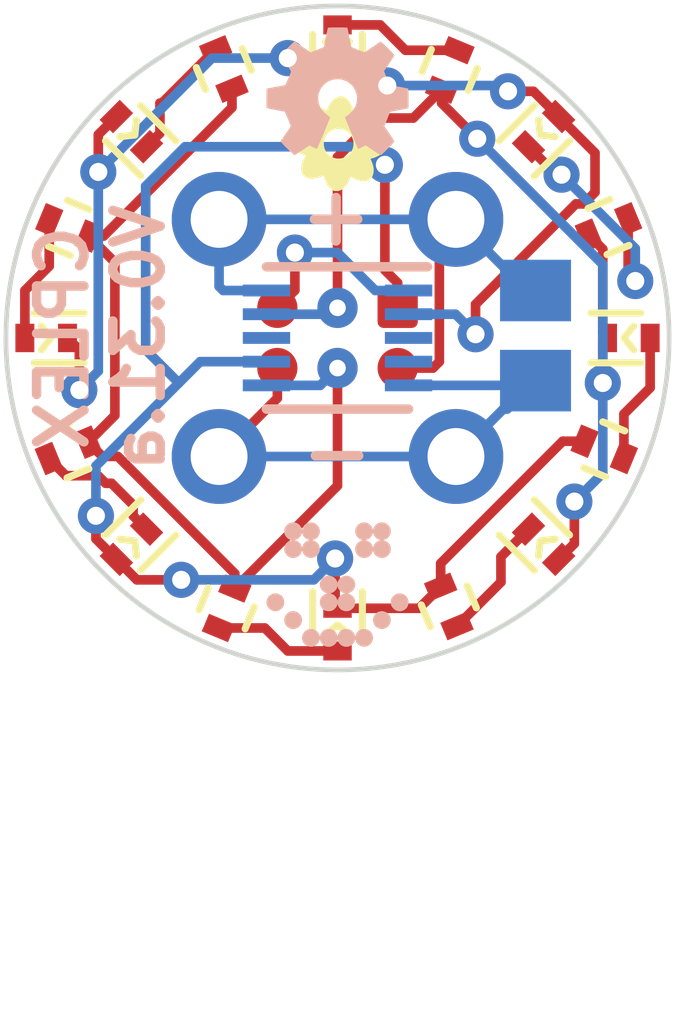
<source format=kicad_pcb>
(kicad_pcb (version 4) (host pcbnew "(2016-04-14 BZR 6691, Git 829fa97)-product")

  (general
    (links 36)
    (no_connects 0)
    (area 67.949999 54.949999 82.050001 69.050001)
    (thickness 1.6)
    (drawings 7)
    (tracks 161)
    (zones 0)
    (modules 26)
    (nets 16)
  )

  (page User 150.012 150.012)
  (title_block
    (title "Coat-Button (CPLEX)")
    (date 2016-04-15)
    (rev 0.31.a)
    (company "2016 - blog.spitzenpfeil.org")
  )

  (layers
    (0 F.Cu signal)
    (31 B.Cu signal)
    (34 B.Paste user)
    (35 F.Paste user)
    (36 B.SilkS user)
    (37 F.SilkS user)
    (38 B.Mask user)
    (39 F.Mask user)
    (40 Dwgs.User user)
    (41 Cmts.User user)
    (44 Edge.Cuts user)
  )

  (setup
    (last_trace_width 0.2032)
    (user_trace_width 0.1524)
    (user_trace_width 0.2032)
    (user_trace_width 0.3048)
    (user_trace_width 0.6096)
    (trace_clearance 0.2032)
    (zone_clearance 0.254)
    (zone_45_only no)
    (trace_min 0.1524)
    (segment_width 0.2)
    (edge_width 0.1)
    (via_size 0.762)
    (via_drill 0.381)
    (via_min_size 0.635)
    (via_min_drill 0.3302)
    (uvia_size 0.508)
    (uvia_drill 0.127)
    (uvias_allowed no)
    (uvia_min_size 0.508)
    (uvia_min_drill 0.127)
    (pcb_text_width 0.3)
    (pcb_text_size 1.5 1.5)
    (mod_edge_width 0.1)
    (mod_text_size 1.5 1.5)
    (mod_text_width 0.15)
    (pad_size 0.85 0.85)
    (pad_drill 0)
    (pad_to_mask_clearance 0)
    (aux_axis_origin 0 0)
    (visible_elements FFFFFF7F)
    (pcbplotparams
      (layerselection 0x012fc_ffffffff)
      (usegerberextensions true)
      (excludeedgelayer true)
      (linewidth 0.150000)
      (plotframeref false)
      (viasonmask false)
      (mode 1)
      (useauxorigin false)
      (hpglpennumber 1)
      (hpglpenspeed 20)
      (hpglpendiameter 15)
      (psnegative false)
      (psa4output false)
      (plotreference true)
      (plotvalue true)
      (plotinvisibletext false)
      (padsonsilk false)
      (subtractmaskfromsilk true)
      (outputformat 1)
      (mirror false)
      (drillshape 0)
      (scaleselection 1)
      (outputdirectory gerber_files/))
  )

  (net 0 "")
  (net 1 GND)
  (net 2 VCC)
  (net 3 /CPLEX_3)
  (net 4 "Net-(D1-Pad2)")
  (net 5 "Net-(D2-Pad1)")
  (net 6 /CPLEX_2)
  (net 7 "Net-(D3-Pad2)")
  (net 8 "Net-(D4-Pad1)")
  (net 9 /CPLEX_1)
  (net 10 "Net-(D5-Pad2)")
  (net 11 "Net-(D6-Pad1)")
  (net 12 "Net-(D7-Pad2)")
  (net 13 "Net-(D8-Pad1)")
  (net 14 /RESET)
  (net 15 /CPLEX_0)

  (net_class Default "This is the default net class."
    (clearance 0.2032)
    (trace_width 0.2032)
    (via_dia 0.762)
    (via_drill 0.381)
    (uvia_dia 0.508)
    (uvia_drill 0.127)
    (add_net /CPLEX_0)
    (add_net /CPLEX_1)
    (add_net /CPLEX_2)
    (add_net /CPLEX_3)
    (add_net /RESET)
    (add_net GND)
    (add_net "Net-(D1-Pad2)")
    (add_net "Net-(D2-Pad1)")
    (add_net "Net-(D3-Pad2)")
    (add_net "Net-(D4-Pad1)")
    (add_net "Net-(D5-Pad2)")
    (add_net "Net-(D6-Pad1)")
    (add_net "Net-(D7-Pad2)")
    (add_net "Net-(D8-Pad1)")
    (add_net VCC)
  )

  (module Resistors_SMD:R_0402 (layer F.Cu) (tedit 5415CBB8) (tstamp 571097FF)
    (at 77.37 56.35 247.5)
    (descr "Resistor SMD 0402, reflow soldering, Vishay (see dcrcw.pdf)")
    (tags "resistor 0402")
    (path /57069E06)
    (attr smd)
    (fp_text reference R1 (at 0 -1.8 247.5) (layer F.SilkS) hide
      (effects (font (size 1 1) (thickness 0.15)))
    )
    (fp_text value R (at 0 1.8 247.5) (layer F.Fab) hide
      (effects (font (size 1 1) (thickness 0.15)))
    )
    (fp_line (start -0.95 -0.65) (end 0.95 -0.65) (layer F.CrtYd) (width 0.05))
    (fp_line (start -0.95 0.65) (end 0.95 0.65) (layer F.CrtYd) (width 0.05))
    (fp_line (start -0.95 -0.65) (end -0.95 0.65) (layer F.CrtYd) (width 0.05))
    (fp_line (start 0.95 -0.65) (end 0.95 0.65) (layer F.CrtYd) (width 0.05))
    (fp_line (start 0.25 -0.525) (end -0.25 -0.525) (layer F.SilkS) (width 0.15))
    (fp_line (start -0.25 0.525) (end 0.25 0.525) (layer F.SilkS) (width 0.15))
    (pad 1 smd rect (at -0.45 0 247.5) (size 0.4 0.6) (layers F.Cu F.Paste F.Mask)
      (net 4 "Net-(D1-Pad2)"))
    (pad 2 smd rect (at 0.45 0 247.5) (size 0.4 0.6) (layers F.Cu F.Paste F.Mask)
      (net 6 /CPLEX_2))
    (model Resistors_SMD.3dshapes/R_0402.wrl
      (at (xyz 0 0 0))
      (scale (xyz 1 1 1))
      (rotate (xyz 0 0 0))
    )
  )

  (module Resistors_SMD:R_0402 (layer F.Cu) (tedit 5415CBB8) (tstamp 57109804)
    (at 80.72 59.66 202.5)
    (descr "Resistor SMD 0402, reflow soldering, Vishay (see dcrcw.pdf)")
    (tags "resistor 0402")
    (path /57069E54)
    (attr smd)
    (fp_text reference R2 (at 0 -1.8 202.5) (layer F.SilkS) hide
      (effects (font (size 1 1) (thickness 0.15)))
    )
    (fp_text value R (at 0 1.8 202.5) (layer F.Fab) hide
      (effects (font (size 1 1) (thickness 0.15)))
    )
    (fp_line (start -0.95 -0.65) (end 0.95 -0.65) (layer F.CrtYd) (width 0.05))
    (fp_line (start -0.95 0.65) (end 0.95 0.65) (layer F.CrtYd) (width 0.05))
    (fp_line (start -0.95 -0.65) (end -0.95 0.65) (layer F.CrtYd) (width 0.05))
    (fp_line (start 0.95 -0.65) (end 0.95 0.65) (layer F.CrtYd) (width 0.05))
    (fp_line (start 0.25 -0.525) (end -0.25 -0.525) (layer F.SilkS) (width 0.15))
    (fp_line (start -0.25 0.525) (end 0.25 0.525) (layer F.SilkS) (width 0.15))
    (pad 1 smd rect (at -0.45 0 202.5) (size 0.4 0.6) (layers F.Cu F.Paste F.Mask)
      (net 5 "Net-(D2-Pad1)"))
    (pad 2 smd rect (at 0.45 0 202.5) (size 0.4 0.6) (layers F.Cu F.Paste F.Mask)
      (net 6 /CPLEX_2))
    (model Resistors_SMD.3dshapes/R_0402.wrl
      (at (xyz 0 0 0))
      (scale (xyz 1 1 1))
      (rotate (xyz 0 0 0))
    )
  )

  (module Resistors_SMD:R_0402 (layer F.Cu) (tedit 5415CBB8) (tstamp 57109809)
    (at 80.63 64.35 157.5)
    (descr "Resistor SMD 0402, reflow soldering, Vishay (see dcrcw.pdf)")
    (tags "resistor 0402")
    (path /5706A28D)
    (attr smd)
    (fp_text reference R3 (at 0 -1.8 157.5) (layer F.SilkS) hide
      (effects (font (size 1 1) (thickness 0.15)))
    )
    (fp_text value R (at 0 1.8 157.5) (layer F.Fab) hide
      (effects (font (size 1 1) (thickness 0.15)))
    )
    (fp_line (start -0.95 -0.65) (end 0.95 -0.65) (layer F.CrtYd) (width 0.05))
    (fp_line (start -0.95 0.65) (end 0.95 0.65) (layer F.CrtYd) (width 0.05))
    (fp_line (start -0.95 -0.65) (end -0.95 0.65) (layer F.CrtYd) (width 0.05))
    (fp_line (start 0.95 -0.65) (end 0.95 0.65) (layer F.CrtYd) (width 0.05))
    (fp_line (start 0.25 -0.525) (end -0.25 -0.525) (layer F.SilkS) (width 0.15))
    (fp_line (start -0.25 0.525) (end 0.25 0.525) (layer F.SilkS) (width 0.15))
    (pad 1 smd rect (at -0.45 0 157.5) (size 0.4 0.6) (layers F.Cu F.Paste F.Mask)
      (net 7 "Net-(D3-Pad2)"))
    (pad 2 smd rect (at 0.45 0 157.5) (size 0.4 0.6) (layers F.Cu F.Paste F.Mask)
      (net 9 /CPLEX_1))
    (model Resistors_SMD.3dshapes/R_0402.wrl
      (at (xyz 0 0 0))
      (scale (xyz 1 1 1))
      (rotate (xyz 0 0 0))
    )
  )

  (module Resistors_SMD:R_0402 (layer F.Cu) (tedit 57109880) (tstamp 5710980E)
    (at 77.35 67.66 112.5)
    (descr "Resistor SMD 0402, reflow soldering, Vishay (see dcrcw.pdf)")
    (tags "resistor 0402")
    (path /5706A293)
    (attr smd)
    (fp_text reference R4 (at 0 -1.8 112.5) (layer F.SilkS) hide
      (effects (font (size 1 1) (thickness 0.15)))
    )
    (fp_text value R (at 0 1.8 112.5) (layer F.Fab) hide
      (effects (font (size 1 1) (thickness 0.15)))
    )
    (fp_line (start -0.95 -0.65) (end 0.95 -0.65) (layer F.CrtYd) (width 0.05))
    (fp_line (start -0.95 0.65) (end 0.95 0.65) (layer F.CrtYd) (width 0.05))
    (fp_line (start -0.95 -0.65) (end -0.95 0.65) (layer F.CrtYd) (width 0.05))
    (fp_line (start 0.95 -0.65) (end 0.95 0.65) (layer F.CrtYd) (width 0.05))
    (fp_line (start 0.25 -0.525) (end -0.25 -0.525) (layer F.SilkS) (width 0.15))
    (fp_line (start -0.25 0.525) (end 0.25 0.525) (layer F.SilkS) (width 0.15))
    (pad 1 smd rect (at -0.45 0 112.5) (size 0.4 0.6) (layers F.Cu F.Paste F.Mask)
      (net 8 "Net-(D4-Pad1)"))
    (pad 2 smd rect (at 0.45 0 112.5) (size 0.4 0.6) (layers F.Cu F.Paste F.Mask)
      (net 9 /CPLEX_1))
    (model Resistors_SMD.3dshapes/R_0402.wrl
      (at (xyz 0 0 0))
      (scale (xyz 1 1 1))
      (rotate (xyz 0 0 0))
    )
  )

  (module Resistors_SMD:R_0402 (layer F.Cu) (tedit 5415CBB8) (tstamp 57109813)
    (at 72.66 67.7 67.5)
    (descr "Resistor SMD 0402, reflow soldering, Vishay (see dcrcw.pdf)")
    (tags "resistor 0402")
    (path /5706A654)
    (attr smd)
    (fp_text reference R5 (at 0 -1.8 67.5) (layer F.SilkS) hide
      (effects (font (size 1 1) (thickness 0.15)))
    )
    (fp_text value R (at 0 1.8 67.5) (layer F.Fab) hide
      (effects (font (size 1 1) (thickness 0.15)))
    )
    (fp_line (start -0.95 -0.65) (end 0.95 -0.65) (layer F.CrtYd) (width 0.05))
    (fp_line (start -0.95 0.65) (end 0.95 0.65) (layer F.CrtYd) (width 0.05))
    (fp_line (start -0.95 -0.65) (end -0.95 0.65) (layer F.CrtYd) (width 0.05))
    (fp_line (start 0.95 -0.65) (end 0.95 0.65) (layer F.CrtYd) (width 0.05))
    (fp_line (start 0.25 -0.525) (end -0.25 -0.525) (layer F.SilkS) (width 0.15))
    (fp_line (start -0.25 0.525) (end 0.25 0.525) (layer F.SilkS) (width 0.15))
    (pad 1 smd rect (at -0.45 0 67.5) (size 0.4 0.6) (layers F.Cu F.Paste F.Mask)
      (net 10 "Net-(D5-Pad2)"))
    (pad 2 smd rect (at 0.45 0 67.5) (size 0.4 0.6) (layers F.Cu F.Paste F.Mask)
      (net 15 /CPLEX_0))
    (model Resistors_SMD.3dshapes/R_0402.wrl
      (at (xyz 0 0 0))
      (scale (xyz 1 1 1))
      (rotate (xyz 0 0 0))
    )
  )

  (module Resistors_SMD:R_0402 (layer F.Cu) (tedit 5415CBB8) (tstamp 57109818)
    (at 69.32 64.37 22.5)
    (descr "Resistor SMD 0402, reflow soldering, Vishay (see dcrcw.pdf)")
    (tags "resistor 0402")
    (path /5706A65A)
    (attr smd)
    (fp_text reference R6 (at 0 -1.8 22.5) (layer F.SilkS) hide
      (effects (font (size 1 1) (thickness 0.15)))
    )
    (fp_text value R (at 0 1.8 22.5) (layer F.Fab) hide
      (effects (font (size 1 1) (thickness 0.15)))
    )
    (fp_line (start -0.95 -0.65) (end 0.95 -0.65) (layer F.CrtYd) (width 0.05))
    (fp_line (start -0.95 0.65) (end 0.95 0.65) (layer F.CrtYd) (width 0.05))
    (fp_line (start -0.95 -0.65) (end -0.95 0.65) (layer F.CrtYd) (width 0.05))
    (fp_line (start 0.95 -0.65) (end 0.95 0.65) (layer F.CrtYd) (width 0.05))
    (fp_line (start 0.25 -0.525) (end -0.25 -0.525) (layer F.SilkS) (width 0.15))
    (fp_line (start -0.25 0.525) (end 0.25 0.525) (layer F.SilkS) (width 0.15))
    (pad 1 smd rect (at -0.45 0 22.5) (size 0.4 0.6) (layers F.Cu F.Paste F.Mask)
      (net 11 "Net-(D6-Pad1)"))
    (pad 2 smd rect (at 0.45 0 22.5) (size 0.4 0.6) (layers F.Cu F.Paste F.Mask)
      (net 15 /CPLEX_0))
    (model Resistors_SMD.3dshapes/R_0402.wrl
      (at (xyz 0 0 0))
      (scale (xyz 1 1 1))
      (rotate (xyz 0 0 0))
    )
  )

  (module Resistors_SMD:R_0402 (layer F.Cu) (tedit 5415CBB8) (tstamp 5710981D)
    (at 69.33 59.68 337.5)
    (descr "Resistor SMD 0402, reflow soldering, Vishay (see dcrcw.pdf)")
    (tags "resistor 0402")
    (path /5706CF0F)
    (attr smd)
    (fp_text reference R7 (at 0 -1.8 337.5) (layer F.SilkS) hide
      (effects (font (size 1 1) (thickness 0.15)))
    )
    (fp_text value R (at 0 1.8 337.5) (layer F.Fab) hide
      (effects (font (size 1 1) (thickness 0.15)))
    )
    (fp_line (start -0.95 -0.65) (end 0.95 -0.65) (layer F.CrtYd) (width 0.05))
    (fp_line (start -0.95 0.65) (end 0.95 0.65) (layer F.CrtYd) (width 0.05))
    (fp_line (start -0.95 -0.65) (end -0.95 0.65) (layer F.CrtYd) (width 0.05))
    (fp_line (start 0.95 -0.65) (end 0.95 0.65) (layer F.CrtYd) (width 0.05))
    (fp_line (start 0.25 -0.525) (end -0.25 -0.525) (layer F.SilkS) (width 0.15))
    (fp_line (start -0.25 0.525) (end 0.25 0.525) (layer F.SilkS) (width 0.15))
    (pad 1 smd rect (at -0.45 0 337.5) (size 0.4 0.6) (layers F.Cu F.Paste F.Mask)
      (net 12 "Net-(D7-Pad2)"))
    (pad 2 smd rect (at 0.45 0 337.5) (size 0.4 0.6) (layers F.Cu F.Paste F.Mask)
      (net 15 /CPLEX_0))
    (model Resistors_SMD.3dshapes/R_0402.wrl
      (at (xyz 0 0 0))
      (scale (xyz 1 1 1))
      (rotate (xyz 0 0 0))
    )
  )

  (module Resistors_SMD:R_0402 (layer F.Cu) (tedit 5415CBB8) (tstamp 57109822)
    (at 72.6 56.33 292.5)
    (descr "Resistor SMD 0402, reflow soldering, Vishay (see dcrcw.pdf)")
    (tags "resistor 0402")
    (path /5706CF3D)
    (attr smd)
    (fp_text reference R8 (at 0 -1.8 292.5) (layer F.SilkS) hide
      (effects (font (size 1 1) (thickness 0.15)))
    )
    (fp_text value R (at 0 1.8 292.5) (layer F.Fab) hide
      (effects (font (size 1 1) (thickness 0.15)))
    )
    (fp_line (start -0.95 -0.65) (end 0.95 -0.65) (layer F.CrtYd) (width 0.05))
    (fp_line (start -0.95 0.65) (end 0.95 0.65) (layer F.CrtYd) (width 0.05))
    (fp_line (start -0.95 -0.65) (end -0.95 0.65) (layer F.CrtYd) (width 0.05))
    (fp_line (start 0.95 -0.65) (end 0.95 0.65) (layer F.CrtYd) (width 0.05))
    (fp_line (start 0.25 -0.525) (end -0.25 -0.525) (layer F.SilkS) (width 0.15))
    (fp_line (start -0.25 0.525) (end 0.25 0.525) (layer F.SilkS) (width 0.15))
    (pad 1 smd rect (at -0.45 0 292.5) (size 0.4 0.6) (layers F.Cu F.Paste F.Mask)
      (net 13 "Net-(D8-Pad1)"))
    (pad 2 smd rect (at 0.45 0 292.5) (size 0.4 0.6) (layers F.Cu F.Paste F.Mask)
      (net 15 /CPLEX_0))
    (model Resistors_SMD.3dshapes/R_0402.wrl
      (at (xyz 0 0 0))
      (scale (xyz 1 1 1))
      (rotate (xyz 0 0 0))
    )
  )

  (module my_parts:MADW__MLF10 (layer B.Cu) (tedit 5706A50D) (tstamp 5235B574)
    (at 75 62 180)
    (path /5235CCE9)
    (attr smd)
    (fp_text reference IC1 (at 0 2.9 180) (layer B.SilkS) hide
      (effects (font (size 1 1) (thickness 0.2)) (justify mirror))
    )
    (fp_text value MADW__ATTINY13-MM (at 0 -3.3 180) (layer B.SilkS) hide
      (effects (font (size 1 1) (thickness 0.2)) (justify mirror))
    )
    (fp_line (start 1.5 -1.5) (end -1.5 -1.5) (layer B.SilkS) (width 0.2))
    (fp_line (start 1.5 1.5) (end -1.9 1.5) (layer B.SilkS) (width 0.2))
    (fp_line (start -1.5 1.5) (end 1.5 1.5) (layer Dwgs.User) (width 0.2))
    (fp_line (start 1.5 1.5) (end 1.5 -1.5) (layer Dwgs.User) (width 0.2))
    (fp_line (start 1.5 -1.5) (end -1.5 -1.5) (layer Dwgs.User) (width 0.2))
    (fp_line (start -1.5 -1.5) (end -1.5 1.5) (layer Dwgs.User) (width 0.2))
    (pad 1 smd rect (at -1.5 1 180) (size 1 0.25) (layers B.Cu B.Paste B.Mask)
      (net 14 /RESET))
    (pad 2 smd rect (at -1.5 0.5 180) (size 1 0.25) (layers B.Cu B.Paste B.Mask)
      (net 3 /CPLEX_3))
    (pad 3 smd rect (at -1.5 0 180) (size 1 0.25) (layers B.Cu B.Paste B.Mask))
    (pad 4 smd rect (at -1.5 -0.5 180) (size 1 0.25) (layers B.Cu B.Paste B.Mask))
    (pad 5 smd rect (at -1.5 -1 180) (size 1 0.25) (layers B.Cu B.Paste B.Mask)
      (net 1 GND))
    (pad 6 smd rect (at 1.5 -1 180) (size 1 0.25) (layers B.Cu B.Paste B.Mask)
      (net 15 /CPLEX_0))
    (pad 7 smd rect (at 1.5 -0.5 180) (size 1 0.25) (layers B.Cu B.Paste B.Mask)
      (net 9 /CPLEX_1))
    (pad 8 smd rect (at 1.5 0 180) (size 1 0.25) (layers B.Cu B.Paste B.Mask))
    (pad 9 smd rect (at 1.5 0.5 180) (size 1 0.25) (layers B.Cu B.Paste B.Mask)
      (net 6 /CPLEX_2))
    (pad 10 smd rect (at 1.5 1 180) (size 1 0.25) (layers B.Cu B.Paste B.Mask)
      (net 2 VCC))
  )

  (module SIL-Headers:SIL-1 (layer F.Cu) (tedit 5706A3F0) (tstamp 52349179)
    (at 77.5 64.5)
    (tags "CONN DEV")
    (path /5235BB7A)
    (fp_text reference P4 (at 0 -2.54) (layer F.SilkS) hide
      (effects (font (size 1 1) (thickness 0.2)))
    )
    (fp_text value CONN_1 (at 0 2.54) (layer F.SilkS) hide
      (effects (font (size 1 1) (thickness 0.2)))
    )
    (pad 1 thru_hole circle (at 0 0) (size 2 2) (drill 1.2) (layers *.Cu *.Mask)
      (net 1 GND))
  )

  (module SIL-Headers:SIL-1 (layer F.Cu) (tedit 5706A3DC) (tstamp 52349185)
    (at 77.5 59.5)
    (tags "CONN DEV")
    (path /5235BB52)
    (fp_text reference P2 (at 0 -2.54) (layer F.SilkS) hide
      (effects (font (size 1 1) (thickness 0.2)))
    )
    (fp_text value CONN_1 (at 0 2.54) (layer F.SilkS) hide
      (effects (font (size 1 1) (thickness 0.2)))
    )
    (pad 1 thru_hole circle (at 0 0) (size 2 2) (drill 1.2) (layers *.Cu *.Mask)
      (net 2 VCC))
  )

  (module SIL-Headers:SIL-1 (layer F.Cu) (tedit 5706A3C8) (tstamp 52349191)
    (at 72.5 59.5)
    (tags "CONN DEV")
    (path /5235BB3E)
    (fp_text reference P1 (at 0 -2.54) (layer F.SilkS) hide
      (effects (font (size 1 1) (thickness 0.2)))
    )
    (fp_text value CONN_1 (at 0 2.54) (layer F.SilkS) hide
      (effects (font (size 1 1) (thickness 0.2)))
    )
    (pad 1 thru_hole circle (at 0 0) (size 2 2) (drill 1.2) (layers *.Cu *.Mask)
      (net 2 VCC))
  )

  (module SIL-Headers:SIL-1 (layer F.Cu) (tedit 5706A3B4) (tstamp 5234917F)
    (at 72.5 64.5)
    (tags "CONN DEV")
    (path /5235BB66)
    (fp_text reference P3 (at 0 -2.54) (layer F.SilkS) hide
      (effects (font (size 1 1) (thickness 0.2)))
    )
    (fp_text value CONN_1 (at 0 2.54) (layer F.SilkS) hide
      (effects (font (size 1 1) (thickness 0.2)))
    )
    (pad 1 thru_hole circle (at 0 0) (size 2 2) (drill 1.2) (layers *.Cu *.Mask)
      (net 1 GND))
  )

  (module DIL-Headers:DIL-3_1.27mm (layer F.Cu) (tedit 5707DFE0) (tstamp 5235CBE4)
    (at 75 62)
    (descr "Male 3x2 header with 1.27mm raster")
    (tags "CONN, header, male, 3x2, 1.27mm")
    (path /5235BA34)
    (clearance 0.15)
    (fp_text reference JP1 (at 0 -3.1) (layer F.SilkS) hide
      (effects (font (size 1 1) (thickness 0.2)))
    )
    (fp_text value AVR_ISP (at 0 3.3) (layer F.SilkS) hide
      (effects (font (size 1 1) (thickness 0.2)))
    )
    (pad 6 smd circle (at -1.27 0.635) (size 0.85 0.85) (layers F.Cu F.Mask)
      (net 1 GND))
    (pad 5 smd circle (at -1.27 -0.635) (size 0.85 0.85) (layers F.Cu F.Mask)
      (net 14 /RESET))
    (pad 4 thru_hole circle (at 0 0.635) (size 0.85 0.85) (drill 0.35) (layers *.Cu F.Mask)
      (net 15 /CPLEX_0))
    (pad 3 thru_hole circle (at 0 -0.635) (size 0.85 0.85) (drill 0.35) (layers *.Cu F.Mask)
      (net 6 /CPLEX_2))
    (pad 2 smd circle (at 1.27 0.635) (size 0.85 0.85) (layers F.Cu F.Mask)
      (net 2 VCC))
    (pad 1 smd roundrect (at 1.27 -0.635) (size 0.85 0.85) (layers F.Cu F.Mask)(roundrect_rratio 0.15)
      (net 9 /CPLEX_1))
  )

  (module my_parts:MADW__C0805 (layer B.Cu) (tedit 5706A0B6) (tstamp 525C3EE2)
    (at 79.18 61.95 270)
    (descr CAPACITOR)
    (tags CAPACITOR)
    (path /5235BA31)
    (attr smd)
    (fp_text reference C1 (at 0 1.92 270) (layer B.SilkS) hide
      (effects (font (size 1 1) (thickness 0.2)) (justify mirror))
    )
    (fp_text value 4.7µF (at 0 -2.2 270) (layer B.SilkS) hide
      (effects (font (size 1 1) (thickness 0.2)) (justify mirror))
    )
    (fp_line (start 0.2 0.4) (end 0.2 -0.4) (layer Dwgs.User) (width 0.1))
    (fp_line (start -0.2 0.4) (end -0.2 -0.4) (layer Dwgs.User) (width 0.1))
    (fp_line (start -0.2 0) (end -0.6 0) (layer Dwgs.User) (width 0.1))
    (fp_line (start 0.2 0) (end 0.6 0) (layer Dwgs.User) (width 0.1))
    (fp_line (start -1 0.63) (end 1 0.63) (layer Dwgs.User) (width 0.2))
    (fp_line (start 1 0.63) (end 1 -0.63) (layer Dwgs.User) (width 0.2))
    (fp_line (start 1 -0.63) (end -1 -0.63) (layer Dwgs.User) (width 0.2))
    (fp_line (start -1 -0.63) (end -1 0.63) (layer Dwgs.User) (width 0.2))
    (pad 1 smd rect (at -0.94996 0 270) (size 1.29794 1.4986) (layers B.Cu B.Paste B.Mask)
      (net 2 VCC))
    (pad 2 smd rect (at 0.94996 0 270) (size 1.29794 1.4986) (layers B.Cu B.Paste B.Mask)
      (net 1 GND))
  )

  (module OSHW-logo_silkscreen_3mm locked (layer B.Cu) (tedit 523B175C) (tstamp 5235E227)
    (at 75 56.8)
    (fp_text reference G1 (at 0 -1.59004) (layer B.SilkS) hide
      (effects (font (size 0.13462 0.13462) (thickness 0.0254)) (justify mirror))
    )
    (fp_text value OSHW-logo_silkscreen_3mm (at 0 1.59004) (layer B.SilkS) hide
      (effects (font (size 0.13462 0.13462) (thickness 0.0254)) (justify mirror))
    )
    (fp_poly (pts (xy -0.90932 1.3462) (xy -0.89154 1.33858) (xy -0.85852 1.31572) (xy -0.80772 1.2827)
      (xy -0.7493 1.2446) (xy -0.68834 1.20396) (xy -0.64008 1.17094) (xy -0.60452 1.14808)
      (xy -0.59182 1.14046) (xy -0.5842 1.143) (xy -0.55626 1.15824) (xy -0.51562 1.17856)
      (xy -0.49022 1.19126) (xy -0.45212 1.2065) (xy -0.43434 1.21158) (xy -0.4318 1.2065)
      (xy -0.41656 1.17602) (xy -0.39624 1.12776) (xy -0.3683 1.06172) (xy -0.33528 0.98552)
      (xy -0.29972 0.90424) (xy -0.2667 0.82042) (xy -0.23368 0.74168) (xy -0.2032 0.66802)
      (xy -0.18034 0.6096) (xy -0.1651 0.56896) (xy -0.15748 0.55118) (xy -0.16002 0.54864)
      (xy -0.1778 0.53086) (xy -0.21082 0.50546) (xy -0.28194 0.44704) (xy -0.35306 0.36068)
      (xy -0.39624 0.26162) (xy -0.40894 0.14986) (xy -0.39878 0.04826) (xy -0.35814 -0.04826)
      (xy -0.28956 -0.13716) (xy -0.20574 -0.2032) (xy -0.10922 -0.24384) (xy 0 -0.25654)
      (xy 0.10414 -0.24638) (xy 0.2032 -0.20574) (xy 0.2921 -0.1397) (xy 0.3302 -0.09652)
      (xy 0.381 -0.00508) (xy 0.41148 0.0889) (xy 0.41402 0.11176) (xy 0.40894 0.21844)
      (xy 0.37846 0.32004) (xy 0.32258 0.40894) (xy 0.24638 0.4826) (xy 0.23622 0.49022)
      (xy 0.20066 0.51816) (xy 0.17526 0.53594) (xy 0.15748 0.55118) (xy 0.2921 0.87376)
      (xy 0.31242 0.92456) (xy 0.35052 1.01346) (xy 0.381 1.08966) (xy 0.40894 1.15062)
      (xy 0.42672 1.19126) (xy 0.43434 1.2065) (xy 0.43434 1.2065) (xy 0.44704 1.20904)
      (xy 0.4699 1.20142) (xy 0.51562 1.17856) (xy 0.5461 1.16332) (xy 0.57912 1.14808)
      (xy 0.59436 1.14046) (xy 0.6096 1.14808) (xy 0.64262 1.1684) (xy 0.68834 1.20142)
      (xy 0.74676 1.23952) (xy 0.80264 1.27762) (xy 0.85344 1.31064) (xy 0.889 1.33604)
      (xy 0.90678 1.34366) (xy 0.90932 1.34366) (xy 0.9271 1.33604) (xy 0.95504 1.31064)
      (xy 0.99822 1.27) (xy 1.06172 1.20904) (xy 1.07188 1.19888) (xy 1.12268 1.14808)
      (xy 1.16332 1.10236) (xy 1.19126 1.07188) (xy 1.20142 1.05918) (xy 1.20142 1.05918)
      (xy 1.19126 1.0414) (xy 1.1684 1.0033) (xy 1.13538 0.9525) (xy 1.09474 0.89154)
      (xy 0.98806 0.7366) (xy 1.04648 0.59182) (xy 1.06426 0.5461) (xy 1.08712 0.49022)
      (xy 1.1049 0.45212) (xy 1.11252 0.43434) (xy 1.1303 0.42926) (xy 1.1684 0.4191)
      (xy 1.22682 0.40894) (xy 1.29794 0.39624) (xy 1.36398 0.38354) (xy 1.4224 0.37084)
      (xy 1.46558 0.36322) (xy 1.4859 0.36068) (xy 1.49098 0.3556) (xy 1.49352 0.34798)
      (xy 1.49606 0.32766) (xy 1.4986 0.28956) (xy 1.4986 0.23368) (xy 1.4986 0.14986)
      (xy 1.4986 0.14224) (xy 1.4986 0.0635) (xy 1.49606 0) (xy 1.49352 -0.0381)
      (xy 1.49098 -0.05588) (xy 1.49098 -0.05588) (xy 1.4732 -0.06096) (xy 1.43002 -0.06858)
      (xy 1.3716 -0.08128) (xy 1.30048 -0.09398) (xy 1.2954 -0.09398) (xy 1.22428 -0.10922)
      (xy 1.16586 -0.12192) (xy 1.12268 -0.12954) (xy 1.1049 -0.13716) (xy 1.10236 -0.14224)
      (xy 1.08712 -0.17018) (xy 1.0668 -0.21336) (xy 1.04394 -0.2667) (xy 1.02108 -0.32258)
      (xy 1.00076 -0.37338) (xy 0.98806 -0.40894) (xy 0.98298 -0.42672) (xy 0.98298 -0.42672)
      (xy 0.99314 -0.4445) (xy 1.01854 -0.48006) (xy 1.0541 -0.53086) (xy 1.09474 -0.59182)
      (xy 1.09728 -0.5969) (xy 1.13792 -0.65786) (xy 1.17094 -0.70866) (xy 1.1938 -0.74422)
      (xy 1.20142 -0.75946) (xy 1.20142 -0.762) (xy 1.18872 -0.77978) (xy 1.15824 -0.8128)
      (xy 1.11252 -0.85852) (xy 1.06172 -0.91186) (xy 1.04394 -0.9271) (xy 0.98552 -0.98552)
      (xy 0.94488 -1.02108) (xy 0.91948 -1.0414) (xy 0.90932 -1.04648) (xy 0.90678 -1.04648)
      (xy 0.889 -1.03632) (xy 0.8509 -1.01092) (xy 0.8001 -0.97536) (xy 0.73914 -0.93472)
      (xy 0.7366 -0.93218) (xy 0.67564 -0.89154) (xy 0.62484 -0.85598) (xy 0.58928 -0.83312)
      (xy 0.57404 -0.8255) (xy 0.5715 -0.8255) (xy 0.54864 -0.83058) (xy 0.50546 -0.84582)
      (xy 0.45212 -0.86614) (xy 0.39624 -0.889) (xy 0.34544 -0.90932) (xy 0.30988 -0.9271)
      (xy 0.2921 -0.93726) (xy 0.28956 -0.93726) (xy 0.28448 -0.96012) (xy 0.27432 -1.00584)
      (xy 0.26162 -1.0668) (xy 0.24638 -1.14046) (xy 0.24384 -1.15062) (xy 0.23114 -1.22428)
      (xy 0.22098 -1.2827) (xy 0.21082 -1.32334) (xy 0.20828 -1.34112) (xy 0.19812 -1.34112)
      (xy 0.16256 -1.34366) (xy 0.10922 -1.3462) (xy 0.04318 -1.3462) (xy -0.02286 -1.3462)
      (xy -0.0889 -1.3462) (xy -0.14478 -1.34366) (xy -0.18542 -1.34112) (xy -0.2032 -1.33604)
      (xy -0.2032 -1.33604) (xy -0.20828 -1.31318) (xy -0.21844 -1.27) (xy -0.23114 -1.2065)
      (xy -0.24638 -1.13284) (xy -0.24892 -1.12014) (xy -0.26162 -1.04902) (xy -0.27432 -0.9906)
      (xy -0.28194 -0.94996) (xy -0.28702 -0.93472) (xy -0.2921 -0.93218) (xy -0.32258 -0.91694)
      (xy -0.37084 -0.89916) (xy -0.42926 -0.87376) (xy -0.56642 -0.81788) (xy -0.73406 -0.93472)
      (xy -0.7493 -0.94488) (xy -0.81026 -0.98552) (xy -0.86106 -1.01854) (xy -0.89662 -1.0414)
      (xy -0.90932 -1.04902) (xy -0.91186 -1.04902) (xy -0.9271 -1.03378) (xy -0.96012 -1.0033)
      (xy -1.00584 -0.95758) (xy -1.05918 -0.90678) (xy -1.09982 -0.86614) (xy -1.14554 -0.82042)
      (xy -1.17348 -0.7874) (xy -1.19126 -0.76708) (xy -1.19634 -0.75438) (xy -1.1938 -0.74676)
      (xy -1.18364 -0.72898) (xy -1.15824 -0.69342) (xy -1.12522 -0.64008) (xy -1.08458 -0.58166)
      (xy -1.04902 -0.53086) (xy -1.01346 -0.47498) (xy -0.9906 -0.43434) (xy -0.98044 -0.41656)
      (xy -0.98298 -0.4064) (xy -0.99568 -0.37338) (xy -1.016 -0.32512) (xy -1.0414 -0.26416)
      (xy -1.09982 -0.13208) (xy -1.18618 -0.1143) (xy -1.23952 -0.10414) (xy -1.31318 -0.09144)
      (xy -1.3843 -0.0762) (xy -1.49606 -0.05588) (xy -1.4986 0.34798) (xy -1.48082 0.3556)
      (xy -1.46558 0.36068) (xy -1.42494 0.37084) (xy -1.36652 0.381) (xy -1.29794 0.3937)
      (xy -1.23698 0.4064) (xy -1.17856 0.41656) (xy -1.13538 0.42418) (xy -1.1176 0.42926)
      (xy -1.11252 0.43434) (xy -1.09728 0.46482) (xy -1.07696 0.51054) (xy -1.0541 0.56388)
      (xy -1.0287 0.6223) (xy -1.00838 0.6731) (xy -0.99314 0.71374) (xy -0.98806 0.73406)
      (xy -0.99568 0.7493) (xy -1.01854 0.78486) (xy -1.05156 0.83566) (xy -1.0922 0.89408)
      (xy -1.13284 0.9525) (xy -1.16586 1.0033) (xy -1.19126 1.03886) (xy -1.19888 1.05664)
      (xy -1.1938 1.0668) (xy -1.17094 1.09474) (xy -1.12776 1.14046) (xy -1.06172 1.2065)
      (xy -1.04902 1.21666) (xy -0.99822 1.26746) (xy -0.9525 1.3081) (xy -0.92202 1.33604)
      (xy -0.90932 1.3462)) (layer B.SilkS) (width 0.00254))
  )

  (module LED_smile_silkscreen_3mm locked (layer B.Cu) (tedit 523B1762) (tstamp 5235E251)
    (at 75 67.2)
    (fp_text reference G2 (at 0 -1.7272) (layer B.SilkS) hide
      (effects (font (size 0.127 0.127) (thickness 0.00762)) (justify mirror))
    )
    (fp_text value LED_smile_silkscreen_3mm (at 0 1.7272) (layer B.SilkS) hide
      (effects (font (size 0.0381 0.0381) (thickness 0.00762)) (justify mirror))
    )
    (fp_poly (pts (xy 0.56642 1.31064) (xy 0.60452 1.30556) (xy 0.63754 1.2954) (xy 0.65278 1.28778)
      (xy 0.6858 1.26492) (xy 0.7112 1.23698) (xy 0.72898 1.2065) (xy 0.74168 1.17094)
      (xy 0.7493 1.13538) (xy 0.74676 1.09728) (xy 0.73914 1.06172) (xy 0.72136 1.02616)
      (xy 0.7112 1.01092) (xy 0.69596 0.99314) (xy 0.67818 0.9779) (xy 0.66294 0.9652)
      (xy 0.65786 0.96266) (xy 0.62484 0.94742) (xy 0.59182 0.9398) (xy 0.55372 0.93726)
      (xy 0.54102 0.93726) (xy 0.5207 0.9398) (xy 0.50292 0.94488) (xy 0.4826 0.95504)
      (xy 0.45974 0.9652) (xy 0.42926 0.9906) (xy 0.4064 1.02108) (xy 0.38608 1.0541)
      (xy 0.381 1.06934) (xy 0.37592 1.08966) (xy 0.37338 1.10236) (xy 0.37338 1.1049)
      (xy 0.37338 1.1049) (xy 0.37338 1.09728) (xy 0.37338 1.09728) (xy 0.36576 1.07188)
      (xy 0.35814 1.04902) (xy 0.34544 1.02616) (xy 0.32512 0.99822) (xy 0.29718 0.97282)
      (xy 0.26416 0.9525) (xy 0.22606 0.9398) (xy 0.18796 0.93726) (xy 0.1778 0.93726)
      (xy 0.14732 0.9398) (xy 0.11938 0.94742) (xy 0.1143 0.94996) (xy 0.08128 0.96774)
      (xy 0.05334 0.9906) (xy 0.03048 1.02108) (xy 0.0127 1.05156) (xy 0.00254 1.08458)
      (xy 0.00254 1.08712) (xy 0 1.09474) (xy 0 1.09982) (xy 0 1.09982)
      (xy 0 1.09474) (xy -0.00254 1.08458) (xy -0.00254 1.08204) (xy -0.01524 1.04902)
      (xy -0.03302 1.016) (xy -0.05588 0.98806) (xy -0.07874 0.97028) (xy -0.11176 0.9525)
      (xy -0.14732 0.9398) (xy -0.18796 0.93726) (xy -0.2159 0.9398) (xy -0.25146 0.94742)
      (xy -0.28702 0.9652) (xy -0.3175 0.98806) (xy -0.34036 1.01854) (xy -0.34544 1.02362)
      (xy -0.35306 1.03632) (xy -0.35814 1.04902) (xy -0.36068 1.05664) (xy -0.3683 1.07442)
      (xy -0.37084 1.08966) (xy -0.37338 1.10236) (xy -0.37338 1.1049) (xy -0.37338 1.1049)
      (xy -0.37592 1.09728) (xy -0.37846 1.07696) (xy -0.38862 1.05156) (xy -0.39878 1.0287)
      (xy -0.42164 0.99822) (xy -0.45212 0.97282) (xy -0.48514 0.9525) (xy -0.5207 0.9398)
      (xy -0.5588 0.93726) (xy -0.59436 0.9398) (xy -0.63246 0.94996) (xy -0.66548 0.96774)
      (xy -0.69596 0.99314) (xy -0.7112 1.01092) (xy -0.7239 1.03124) (xy -0.7366 1.0541)
      (xy -0.74168 1.07442) (xy -0.7493 1.11252) (xy -0.74676 1.14808) (xy -0.73914 1.18364)
      (xy -0.7239 1.21666) (xy -0.70358 1.2446) (xy -0.67818 1.27) (xy -0.6477 1.29032)
      (xy -0.61468 1.30302) (xy -0.57658 1.31064) (xy -0.5715 1.31064) (xy -0.5334 1.31064)
      (xy -0.49784 1.30048) (xy -0.46482 1.28524) (xy -0.45212 1.27508) (xy -0.42672 1.25476)
      (xy -0.40386 1.22682) (xy -0.38862 1.19888) (xy -0.38608 1.18872) (xy -0.381 1.17348)
      (xy -0.37592 1.1557) (xy -0.37338 1.143) (xy -0.37338 1.13538) (xy -0.37338 1.143)
      (xy -0.37338 1.15062) (xy -0.3683 1.16586) (xy -0.36322 1.18618) (xy -0.35814 1.20142)
      (xy -0.34798 1.2192) (xy -0.32512 1.24968) (xy -0.29718 1.27508) (xy -0.26416 1.2954)
      (xy -0.22606 1.3081) (xy -0.22098 1.3081) (xy -0.19558 1.31064) (xy -0.16764 1.31064)
      (xy -0.14224 1.30556) (xy -0.11684 1.29794) (xy -0.08382 1.28016) (xy -0.0508 1.25476)
      (xy -0.0508 1.25222) (xy -0.02794 1.22682) (xy -0.0127 1.1938) (xy -0.00254 1.16332)
      (xy -0.00254 1.16078) (xy 0 1.15316) (xy 0 1.14808) (xy 0 1.15062)
      (xy 0.00254 1.15824) (xy 0.00254 1.16078) (xy 0.00762 1.1811) (xy 0.01524 1.20142)
      (xy 0.02794 1.22174) (xy 0.04318 1.2446) (xy 0.07112 1.27254) (xy 0.10414 1.29286)
      (xy 0.14224 1.30556) (xy 0.14732 1.3081) (xy 0.17272 1.31064) (xy 0.20066 1.31064)
      (xy 0.22606 1.3081) (xy 0.24638 1.30048) (xy 0.28194 1.28524) (xy 0.31242 1.26238)
      (xy 0.33782 1.23444) (xy 0.35814 1.20142) (xy 0.36068 1.19126) (xy 0.3683 1.17348)
      (xy 0.37084 1.1557) (xy 0.37338 1.143) (xy 0.37338 1.143) (xy 0.37338 1.143)
      (xy 0.37592 1.15062) (xy 0.37592 1.15062) (xy 0.381 1.17348) (xy 0.39116 1.19888)
      (xy 0.40132 1.22174) (xy 0.4064 1.22936) (xy 0.42926 1.2573) (xy 0.45974 1.28016)
      (xy 0.49276 1.29794) (xy 0.52832 1.3081) (xy 0.56642 1.31064)) (layer B.SilkS) (width 0.00254))
    (fp_poly (pts (xy -0.94742 0.93726) (xy -0.92456 0.93472) (xy -0.90424 0.93472) (xy -0.87884 0.9271)
      (xy -0.84328 0.91186) (xy -0.8128 0.889) (xy -0.7874 0.86106) (xy -0.76708 0.82804)
      (xy -0.75438 0.79248) (xy -0.7493 0.75438) (xy -0.75184 0.71628) (xy -0.762 0.68072)
      (xy -0.77724 0.6477) (xy -0.80264 0.61722) (xy -0.83312 0.59182) (xy -0.84074 0.58674)
      (xy -0.87884 0.5715) (xy -0.9144 0.56134) (xy -0.95504 0.56134) (xy -0.99314 0.56896)
      (xy -1.02362 0.58166) (xy -1.05664 0.60452) (xy -1.08204 0.63246) (xy -1.1049 0.66548)
      (xy -1.1176 0.70358) (xy -1.12268 0.72136) (xy -1.12268 0.74676) (xy -1.12268 0.76962)
      (xy -1.12014 0.78994) (xy -1.1176 0.79756) (xy -1.10236 0.83566) (xy -1.08204 0.86868)
      (xy -1.05156 0.89662) (xy -1.01854 0.91694) (xy -1.0033 0.92456) (xy -0.98044 0.93218)
      (xy -0.96012 0.93472) (xy -0.94742 0.93726)) (layer B.SilkS) (width 0.00254))
    (fp_poly (pts (xy 0.9398 0.93726) (xy 0.9779 0.93218) (xy 1.016 0.91948) (xy 1.05156 0.89662)
      (xy 1.05918 0.89154) (xy 1.08458 0.8636) (xy 1.1049 0.83058) (xy 1.1176 0.79502)
      (xy 1.12268 0.7747) (xy 1.12268 0.75184) (xy 1.12268 0.72644) (xy 1.12014 0.70866)
      (xy 1.1176 0.6985) (xy 1.10236 0.6604) (xy 1.08204 0.62992) (xy 1.0541 0.60198)
      (xy 1.02108 0.58166) (xy 0.98552 0.56896) (xy 0.94742 0.56134) (xy 0.93218 0.56134)
      (xy 0.89408 0.56642) (xy 0.85852 0.57658) (xy 0.82804 0.5969) (xy 0.8001 0.61976)
      (xy 0.77724 0.65024) (xy 0.762 0.68326) (xy 0.75184 0.71882) (xy 0.7493 0.75692)
      (xy 0.75184 0.77978) (xy 0.75692 0.8001) (xy 0.76454 0.82296) (xy 0.77978 0.8509)
      (xy 0.80264 0.88138) (xy 0.83312 0.90424) (xy 0.86614 0.92202) (xy 0.9017 0.93218)
      (xy 0.9398 0.93726)) (layer B.SilkS) (width 0.00254))
    (fp_poly (pts (xy -1.3208 0.56134) (xy -1.2954 0.56134) (xy -1.27254 0.55626) (xy -1.2446 0.54864)
      (xy -1.21158 0.53086) (xy -1.17856 0.50546) (xy -1.15824 0.4826) (xy -1.14046 0.44958)
      (xy -1.12776 0.41402) (xy -1.12522 0.39878) (xy -1.12522 0.37592) (xy -1.12522 0.35306)
      (xy -1.12776 0.33528) (xy -1.1303 0.32258) (xy -1.14554 0.28702) (xy -1.16586 0.254)
      (xy -1.1938 0.22606) (xy -1.22936 0.20574) (xy -1.24206 0.20066) (xy -1.26492 0.1905)
      (xy -1.29032 0.18796) (xy -1.31826 0.18796) (xy -1.33604 0.18796) (xy -1.35636 0.1905)
      (xy -1.37414 0.19558) (xy -1.39446 0.20574) (xy -1.40716 0.21336) (xy -1.43764 0.23622)
      (xy -1.46304 0.26416) (xy -1.48336 0.29972) (xy -1.49606 0.33782) (xy -1.49606 0.34544)
      (xy -1.4986 0.3683) (xy -1.4986 0.39116) (xy -1.49606 0.41148) (xy -1.49352 0.42418)
      (xy -1.47828 0.45974) (xy -1.45542 0.49276) (xy -1.43002 0.5207) (xy -1.39446 0.54102)
      (xy -1.3589 0.55626) (xy -1.3462 0.5588) (xy -1.3208 0.56134)) (layer B.SilkS) (width 0.00254))
    (fp_poly (pts (xy 0.18288 0.56134) (xy 0.21844 0.5588) (xy 0.254 0.54864) (xy 0.27686 0.53848)
      (xy 0.30734 0.51562) (xy 0.33528 0.48768) (xy 0.3556 0.45466) (xy 0.3683 0.4191)
      (xy 0.37084 0.41148) (xy 0.37338 0.381) (xy 0.37338 0.35306) (xy 0.36576 0.32004)
      (xy 0.35052 0.28194) (xy 0.32766 0.25146) (xy 0.29972 0.22606) (xy 0.2667 0.20574)
      (xy 0.2286 0.1905) (xy 0.20574 0.18542) (xy 0.21844 0.18288) (xy 0.22098 0.18288)
      (xy 0.24638 0.17526) (xy 0.27432 0.16256) (xy 0.30226 0.14732) (xy 0.3048 0.14224)
      (xy 0.33274 0.11684) (xy 0.35306 0.08382) (xy 0.36576 0.04826) (xy 0.37338 0.0127)
      (xy 0.37338 -0.02286) (xy 0.36322 -0.05842) (xy 0.34798 -0.09398) (xy 0.34798 -0.09652)
      (xy 0.32258 -0.127) (xy 0.29464 -0.1524) (xy 0.26416 -0.17018) (xy 0.2286 -0.18034)
      (xy 0.19304 -0.18542) (xy 0.15748 -0.18288) (xy 0.12192 -0.17526) (xy 0.0889 -0.15748)
      (xy 0.05588 -0.13462) (xy 0.04064 -0.11684) (xy 0.02286 -0.0889) (xy 0.00762 -0.06096)
      (xy 0.00254 -0.03302) (xy 0 -0.0254) (xy 0 -0.02286) (xy 0 -0.0254)
      (xy -0.00254 -0.03302) (xy -0.00762 -0.05842) (xy -0.02032 -0.08382) (xy -0.03556 -0.10922)
      (xy -0.04572 -0.12192) (xy -0.07366 -0.14732) (xy -0.10668 -0.16764) (xy -0.14224 -0.18034)
      (xy -0.18034 -0.18542) (xy -0.21844 -0.18288) (xy -0.2413 -0.1778) (xy -0.27686 -0.16256)
      (xy -0.30734 -0.14224) (xy -0.33528 -0.1143) (xy -0.3556 -0.08128) (xy -0.3683 -0.04318)
      (xy -0.37084 -0.0254) (xy -0.37338 0.0127) (xy -0.36576 0.04826) (xy -0.35306 0.08382)
      (xy -0.33274 0.11684) (xy -0.3048 0.14224) (xy -0.27178 0.1651) (xy -0.25654 0.17272)
      (xy -0.23876 0.1778) (xy -0.22352 0.18288) (xy -0.21082 0.18542) (xy -0.21082 0.18542)
      (xy -0.21082 0.18542) (xy -0.21844 0.18796) (xy -0.23622 0.19304) (xy -0.26162 0.2032)
      (xy -0.28448 0.21336) (xy -0.29464 0.22098) (xy -0.32004 0.24384) (xy -0.3429 0.26924)
      (xy -0.35814 0.29718) (xy -0.3683 0.3302) (xy -0.37338 0.36322) (xy -0.37338 0.39624)
      (xy -0.37084 0.40132) (xy -0.36068 0.44196) (xy -0.3429 0.47498) (xy -0.3175 0.50546)
      (xy -0.29718 0.52578) (xy -0.26416 0.5461) (xy -0.22606 0.55626) (xy -0.21336 0.5588)
      (xy -0.19304 0.56134) (xy -0.17018 0.5588) (xy -0.14986 0.5588) (xy -0.13462 0.55372)
      (xy -0.12192 0.55118) (xy -0.08636 0.5334) (xy -0.05588 0.508) (xy -0.03048 0.47752)
      (xy -0.02032 0.46228) (xy -0.01016 0.43688) (xy -0.00254 0.41148) (xy -0.00254 0.41148)
      (xy 0 0.40132) (xy 0 0.39878) (xy 0 0.39878) (xy 0 0.34798)
      (xy 0 0.34798) (xy 0 0.34544) (xy -0.00254 0.33528) (xy -0.00254 0.33274)
      (xy -0.01524 0.29972) (xy -0.03302 0.2667) (xy -0.05588 0.23876) (xy -0.08382 0.2159)
      (xy -0.11684 0.20066) (xy -0.11938 0.19812) (xy -0.13462 0.19304) (xy -0.14986 0.1905)
      (xy -0.16764 0.18542) (xy -0.1524 0.18288) (xy -0.12954 0.1778) (xy -0.09652 0.16256)
      (xy -0.06604 0.14224) (xy -0.0381 0.1143) (xy -0.01778 0.08382) (xy -0.0127 0.06858)
      (xy -0.00508 0.04826) (xy -0.00254 0.03302) (xy 0 0.0254) (xy 0 0.02286)
      (xy 0 0.0254) (xy 0.00254 0.03302) (xy 0.00508 0.04572) (xy 0.01016 0.06604)
      (xy 0.01778 0.08382) (xy 0.03048 0.10414) (xy 0.05588 0.13208) (xy 0.08382 0.15494)
      (xy 0.11684 0.17272) (xy 0.1524 0.18288) (xy 0.16764 0.18542) (xy 0.1524 0.1905)
      (xy 0.14986 0.1905) (xy 0.13208 0.19304) (xy 0.11684 0.20066) (xy 0.1143 0.20066)
      (xy 0.08128 0.21844) (xy 0.05334 0.2413) (xy 0.03048 0.26924) (xy 0.0127 0.30226)
      (xy 0.00254 0.33528) (xy 0.00254 0.33528) (xy 0 0.34544) (xy 0 0.34798)
      (xy 0 0.39878) (xy 0 0.39878) (xy 0 0.40386) (xy 0.00254 0.41148)
      (xy 0.01016 0.43688) (xy 0.0254 0.4699) (xy 0.04826 0.50038) (xy 0.0762 0.52578)
      (xy 0.10922 0.54356) (xy 0.10922 0.54356) (xy 0.14478 0.55626) (xy 0.18288 0.56134)) (layer B.SilkS) (width 0.00254))
    (fp_poly (pts (xy 1.29794 0.56134) (xy 1.32842 0.56134) (xy 1.35636 0.55626) (xy 1.37414 0.55118)
      (xy 1.4097 0.5334) (xy 1.44018 0.51054) (xy 1.46558 0.4826) (xy 1.48336 0.44958)
      (xy 1.49352 0.41402) (xy 1.4986 0.37338) (xy 1.4986 0.35814) (xy 1.49098 0.32004)
      (xy 1.47574 0.28448) (xy 1.45288 0.24892) (xy 1.44526 0.24384) (xy 1.41986 0.22098)
      (xy 1.38938 0.2032) (xy 1.35636 0.1905) (xy 1.35382 0.1905) (xy 1.32588 0.18796)
      (xy 1.2954 0.18796) (xy 1.26746 0.1905) (xy 1.2573 0.19304) (xy 1.22174 0.20828)
      (xy 1.19126 0.23114) (xy 1.16586 0.25654) (xy 1.14554 0.28702) (xy 1.1303 0.32004)
      (xy 1.12522 0.35814) (xy 1.12522 0.39624) (xy 1.13284 0.43434) (xy 1.14554 0.46228)
      (xy 1.1684 0.49276) (xy 1.19634 0.5207) (xy 1.22682 0.54102) (xy 1.26492 0.55626)
      (xy 1.26746 0.55626) (xy 1.29794 0.56134)) (layer B.SilkS) (width 0.00254))
    (fp_poly (pts (xy -0.55626 -0.56134) (xy -0.51816 -0.56642) (xy -0.4826 -0.57912) (xy -0.46482 -0.58674)
      (xy -0.44958 -0.59944) (xy -0.4318 -0.61468) (xy -0.41148 -0.635) (xy -0.39116 -0.66802)
      (xy -0.37846 -0.70358) (xy -0.37592 -0.71374) (xy -0.37338 -0.73914) (xy -0.37338 -0.76454)
      (xy -0.37846 -0.7874) (xy -0.38862 -0.82042) (xy -0.40386 -0.85344) (xy -0.42672 -0.88138)
      (xy -0.4318 -0.88392) (xy -0.44958 -0.89916) (xy -0.4699 -0.91186) (xy -0.48768 -0.92202)
      (xy -0.4953 -0.92456) (xy -0.51054 -0.92964) (xy -0.52578 -0.93218) (xy -0.53594 -0.93472)
      (xy -0.54356 -0.93472) (xy -0.53594 -0.93726) (xy -0.52578 -0.9398) (xy -0.51562 -0.94234)
      (xy -0.50038 -0.94488) (xy -0.47244 -0.96012) (xy -0.4445 -0.97536) (xy -0.42418 -0.99568)
      (xy -0.4191 -1.00076) (xy -0.39624 -1.03378) (xy -0.381 -1.06934) (xy -0.37338 -1.1049)
      (xy -0.37338 -1.143) (xy -0.37592 -1.15316) (xy -0.38608 -1.19126) (xy -0.40386 -1.22428)
      (xy -0.42926 -1.2573) (xy -0.45212 -1.27508) (xy -0.48514 -1.2954) (xy -0.5207 -1.3081)
      (xy -0.52832 -1.3081) (xy -0.55372 -1.31064) (xy -0.57912 -1.31064) (xy -0.60452 -1.30556)
      (xy -0.62484 -1.30048) (xy -0.6604 -1.2827) (xy -0.69088 -1.25984) (xy -0.71374 -1.2319)
      (xy -0.73406 -1.19888) (xy -0.74422 -1.16332) (xy -0.74676 -1.15824) (xy -0.7493 -1.15062)
      (xy -0.7493 -1.14554) (xy -0.75184 -1.15062) (xy -0.75184 -1.15824) (xy -0.75438 -1.17348)
      (xy -0.762 -1.19126) (xy -0.76708 -1.2065) (xy -0.7747 -1.21666) (xy -0.79756 -1.24968)
      (xy -0.8255 -1.27508) (xy -0.85852 -1.2954) (xy -0.89408 -1.30556) (xy -0.93472 -1.31064)
      (xy -0.9652 -1.3081) (xy -1.00076 -1.30048) (xy -1.03378 -1.2827) (xy -1.0541 -1.27)
      (xy -1.08204 -1.24206) (xy -1.10236 -1.21158) (xy -1.1176 -1.17602) (xy -1.12268 -1.14046)
      (xy -1.12268 -1.10236) (xy -1.11506 -1.0668) (xy -1.09982 -1.03124) (xy -1.07696 -1.00076)
      (xy -1.04902 -0.97282) (xy -1.01346 -0.9525) (xy -0.97536 -0.9398) (xy -0.95504 -0.93472)
      (xy -0.96774 -0.93472) (xy -0.97536 -0.93218) (xy -1.00584 -0.92456) (xy -1.03378 -0.90932)
      (xy -1.06172 -0.889) (xy -1.08458 -0.86614) (xy -1.09728 -0.84582) (xy -1.10998 -0.82042)
      (xy -1.1176 -0.79502) (xy -1.12268 -0.7747) (xy -1.12268 -0.75184) (xy -1.12268 -0.72644)
      (xy -1.12014 -0.70866) (xy -1.11252 -0.6858) (xy -1.09474 -0.65024) (xy -1.07188 -0.61976)
      (xy -1.0414 -0.59436) (xy -1.00838 -0.57404) (xy -0.96774 -0.56388) (xy -0.95758 -0.56134)
      (xy -0.93472 -0.56134) (xy -0.91186 -0.56388) (xy -0.889 -0.56642) (xy -0.87376 -0.5715)
      (xy -0.8382 -0.58928) (xy -0.80772 -0.61214) (xy -0.78232 -0.64008) (xy -0.76454 -0.6731)
      (xy -0.75184 -0.7112) (xy -0.75184 -0.71374) (xy -0.7493 -0.7239) (xy -0.7493 -0.72136)
      (xy -0.7493 -0.7747) (xy -0.7493 -0.7747) (xy -0.75184 -0.78232) (xy -0.75184 -0.78486)
      (xy -0.75946 -0.81026) (xy -0.76962 -0.83566) (xy -0.78486 -0.86106) (xy -0.79756 -0.87376)
      (xy -0.8255 -0.9017) (xy -0.86106 -0.91948) (xy -0.89916 -0.93218) (xy -0.91694 -0.93726)
      (xy -0.90424 -0.9398) (xy -0.89154 -0.94234) (xy -0.88138 -0.94488) (xy -0.87376 -0.94742)
      (xy -0.8382 -0.96266) (xy -0.80772 -0.98806) (xy -0.78232 -1.016) (xy -0.76454 -1.04902)
      (xy -0.75184 -1.08458) (xy -0.75184 -1.0922) (xy -0.7493 -1.09728) (xy -0.74676 -1.09474)
      (xy -0.74422 -1.08458) (xy -0.74422 -1.08204) (xy -0.73914 -1.06172) (xy -0.72898 -1.0414)
      (xy -0.71882 -1.02108) (xy -0.70866 -1.00838) (xy -0.69088 -0.9906) (xy -0.6731 -0.97282)
      (xy -0.65532 -0.96012) (xy -0.65278 -0.96012) (xy -0.62484 -0.94742) (xy -0.59436 -0.9398)
      (xy -0.58166 -0.93726) (xy -0.5969 -0.93218) (xy -0.62992 -0.92456) (xy -0.66294 -0.90678)
      (xy -0.69342 -0.88392) (xy -0.71628 -0.85598) (xy -0.72136 -0.84582) (xy -0.73152 -0.82804)
      (xy -0.73914 -0.80772) (xy -0.74422 -0.78994) (xy -0.74676 -0.77724) (xy -0.74676 -0.77724)
      (xy -0.7493 -0.7747) (xy -0.7493 -0.72136) (xy -0.74676 -0.72136) (xy -0.74676 -0.71374)
      (xy -0.74422 -0.70358) (xy -0.73914 -0.69088) (xy -0.73152 -0.6731) (xy -0.71374 -0.64008)
      (xy -0.68834 -0.61214) (xy -0.6604 -0.58928) (xy -0.62738 -0.57404) (xy -0.59182 -0.56388)
      (xy -0.55626 -0.56134)) (layer B.SilkS) (width 0.00254))
    (fp_poly (pts (xy 0.5715 -0.56134) (xy 0.60706 -0.56642) (xy 0.64262 -0.57912) (xy 0.67564 -0.59944)
      (xy 0.70104 -0.62484) (xy 0.7239 -0.65532) (xy 0.73914 -0.69088) (xy 0.74422 -0.70358)
      (xy 0.74676 -0.71374) (xy 0.74676 -0.71628) (xy 0.7493 -0.7239) (xy 0.7493 -0.7239)
      (xy 0.7493 -0.7747) (xy 0.74676 -0.77978) (xy 0.74422 -0.79248) (xy 0.7366 -0.81534)
      (xy 0.72136 -0.84836) (xy 0.6985 -0.87884) (xy 0.66802 -0.9017) (xy 0.635 -0.92202)
      (xy 0.59944 -0.93218) (xy 0.58166 -0.93726) (xy 0.59436 -0.9398) (xy 0.59436 -0.9398)
      (xy 0.62484 -0.94742) (xy 0.65532 -0.96012) (xy 0.66548 -0.96774) (xy 0.6858 -0.98552)
      (xy 0.70358 -1.0033) (xy 0.71882 -1.02108) (xy 0.72644 -1.03632) (xy 0.73914 -1.06172)
      (xy 0.74422 -1.08204) (xy 0.74676 -1.0922) (xy 0.7493 -1.09728) (xy 0.7493 -1.09474)
      (xy 0.75184 -1.08458) (xy 0.75946 -1.05918) (xy 0.77724 -1.02362) (xy 0.80264 -0.99314)
      (xy 0.83058 -0.97028) (xy 0.8636 -0.94996) (xy 0.90424 -0.9398) (xy 0.91694 -0.93726)
      (xy 0.89916 -0.93218) (xy 0.88138 -0.9271) (xy 0.84582 -0.91186) (xy 0.8128 -0.889)
      (xy 0.7874 -0.86106) (xy 0.77724 -0.8509) (xy 0.76962 -0.83312) (xy 0.75946 -0.8128)
      (xy 0.75438 -0.8001) (xy 0.75184 -0.78486) (xy 0.75184 -0.78486) (xy 0.7493 -0.77724)
      (xy 0.7493 -0.7747) (xy 0.7493 -0.7239) (xy 0.7493 -0.72136) (xy 0.75184 -0.7112)
      (xy 0.75438 -0.6985) (xy 0.76708 -0.67056) (xy 0.77978 -0.64516) (xy 0.79248 -0.62992)
      (xy 0.82042 -0.60198) (xy 0.85344 -0.58166) (xy 0.89154 -0.56642) (xy 0.90678 -0.56388)
      (xy 0.93218 -0.56134) (xy 0.96012 -0.56388) (xy 0.98298 -0.56642) (xy 0.98552 -0.56642)
      (xy 1.02362 -0.58166) (xy 1.05664 -0.60452) (xy 1.08204 -0.63246) (xy 1.1049 -0.66548)
      (xy 1.1176 -0.70358) (xy 1.12268 -0.71882) (xy 1.12268 -0.74676) (xy 1.12268 -0.77216)
      (xy 1.1176 -0.79502) (xy 1.11252 -0.81534) (xy 1.09982 -0.84074) (xy 1.08458 -0.86614)
      (xy 1.0668 -0.88392) (xy 1.04394 -0.9017) (xy 1.01854 -0.91694) (xy 1.01092 -0.92202)
      (xy 0.99314 -0.9271) (xy 0.97536 -0.93218) (xy 0.96266 -0.93472) (xy 0.96012 -0.93472)
      (xy 0.9652 -0.93726) (xy 0.97536 -0.9398) (xy 0.99822 -0.94742) (xy 1.02108 -0.95758)
      (xy 1.0414 -0.96774) (xy 1.04648 -0.97282) (xy 1.07188 -0.99314) (xy 1.0922 -1.02108)
      (xy 1.10744 -1.04902) (xy 1.11506 -1.06172) (xy 1.12268 -1.09982) (xy 1.12268 -1.13792)
      (xy 1.1176 -1.17602) (xy 1.11506 -1.18364) (xy 1.09728 -1.2192) (xy 1.07442 -1.24968)
      (xy 1.04648 -1.27508) (xy 1.01346 -1.2954) (xy 0.97536 -1.3081) (xy 0.97028 -1.3081)
      (xy 0.94488 -1.31064) (xy 0.91694 -1.31064) (xy 0.89408 -1.30556) (xy 0.88646 -1.30556)
      (xy 0.8509 -1.29032) (xy 0.81788 -1.27) (xy 0.78994 -1.23952) (xy 0.76708 -1.2065)
      (xy 0.762 -1.19634) (xy 0.75692 -1.17856) (xy 0.75184 -1.16332) (xy 0.75184 -1.15062)
      (xy 0.75184 -1.14808) (xy 0.7493 -1.14808) (xy 0.74676 -1.15316) (xy 0.74422 -1.16332)
      (xy 0.73914 -1.18872) (xy 0.72136 -1.22174) (xy 0.6985 -1.24968) (xy 0.67056 -1.27508)
      (xy 0.63754 -1.2954) (xy 0.63754 -1.2954) (xy 0.60452 -1.30556) (xy 0.56642 -1.31064)
      (xy 0.52832 -1.3081) (xy 0.49276 -1.29794) (xy 0.47244 -1.28778) (xy 0.43942 -1.26746)
      (xy 0.41402 -1.23952) (xy 0.3937 -1.2065) (xy 0.37846 -1.1684) (xy 0.37846 -1.16078)
      (xy 0.37338 -1.1303) (xy 0.37592 -1.10236) (xy 0.38354 -1.0668) (xy 0.39878 -1.03124)
      (xy 0.42164 -1.00076) (xy 0.44958 -0.97282) (xy 0.4826 -0.9525) (xy 0.5207 -0.9398)
      (xy 0.52832 -0.93726) (xy 0.53594 -0.93472) (xy 0.53594 -0.93472) (xy 0.52578 -0.93472)
      (xy 0.50292 -0.9271) (xy 0.48006 -0.91694) (xy 0.4572 -0.90424) (xy 0.43688 -0.889)
      (xy 0.41148 -0.86106) (xy 0.39116 -0.8255) (xy 0.38862 -0.82042) (xy 0.37592 -0.78486)
      (xy 0.37338 -0.74676) (xy 0.37846 -0.70612) (xy 0.39116 -0.67056) (xy 0.39878 -0.65278)
      (xy 0.41148 -0.63754) (xy 0.42672 -0.61976) (xy 0.42672 -0.61722) (xy 0.4572 -0.59182)
      (xy 0.49276 -0.57404) (xy 0.52832 -0.56388) (xy 0.5334 -0.56388) (xy 0.5715 -0.56134)) (layer B.SilkS) (width 0.00254))
  )

  (module floral-shape_silkscreen_2mm (layer F.Cu) (tedit 524EF466) (tstamp 5257351D)
    (at 75.03 57.9 45)
    (fp_text reference G3 (at 0 1.18872 45) (layer F.SilkS) hide
      (effects (font (size 0.127 0.127) (thickness 0.00508)))
    )
    (fp_text value floral-shape_silkscreen_2mm (at 0 -1.18872 45) (layer F.SilkS) hide
      (effects (font (size 0.03302 0.03302) (thickness 0.00508)))
    )
    (fp_poly (pts (xy 0.9906 0.03556) (xy 0.9906 0.06096) (xy 0.98552 0.08636) (xy 0.9779 0.11176)
      (xy 0.9652 0.13462) (xy 0.94996 0.15748) (xy 0.9398 0.17272) (xy 0.91948 0.19304)
      (xy 0.89408 0.21336) (xy 0.86868 0.23114) (xy 0.8382 0.24892) (xy 0.80518 0.2667)
      (xy 0.76962 0.28194) (xy 0.73152 0.29718) (xy 0.69088 0.30734) (xy 0.68326 0.30988)
      (xy 0.67564 0.31242) (xy 0.66802 0.31496) (xy 0.66294 0.3175) (xy 0.66294 0.3175)
      (xy 0.66294 0.3175) (xy 0.66548 0.32512) (xy 0.67056 0.33528) (xy 0.67564 0.34544)
      (xy 0.68072 0.35814) (xy 0.68834 0.37084) (xy 0.69342 0.38354) (xy 0.6985 0.3937)
      (xy 0.70104 0.40386) (xy 0.70104 0.40386) (xy 0.71374 0.43942) (xy 0.72136 0.47498)
      (xy 0.72644 0.508) (xy 0.72898 0.54356) (xy 0.72898 0.57404) (xy 0.72644 0.60452)
      (xy 0.72136 0.635) (xy 0.71374 0.66294) (xy 0.70358 0.68834) (xy 0.68834 0.7112)
      (xy 0.68326 0.71882) (xy 0.66548 0.73914) (xy 0.64516 0.75438) (xy 0.62484 0.76962)
      (xy 0.60198 0.77978) (xy 0.57404 0.7874) (xy 0.54864 0.78994) (xy 0.51816 0.79248)
      (xy 0.48768 0.78994) (xy 0.45466 0.78486) (xy 0.42926 0.77978) (xy 0.40132 0.77216)
      (xy 0.3683 0.75946) (xy 0.33528 0.74676) (xy 0.30734 0.73406) (xy 0.30734 -0.00254)
      (xy 0.30734 -0.02032) (xy 0.3048 -0.03556) (xy 0.3048 -0.04572) (xy 0.29718 -0.07874)
      (xy 0.28702 -0.11176) (xy 0.27178 -0.14224) (xy 0.25654 -0.17018) (xy 0.23622 -0.19812)
      (xy 0.2159 -0.22098) (xy 0.1905 -0.24384) (xy 0.16256 -0.26416) (xy 0.13462 -0.2794)
      (xy 0.10414 -0.29464) (xy 0.07874 -0.30226) (xy 0.04572 -0.30988) (xy 0.0127 -0.31496)
      (xy -0.01778 -0.31496) (xy -0.04826 -0.31242) (xy -0.08128 -0.3048) (xy -0.11176 -0.29718)
      (xy -0.14224 -0.28448) (xy -0.17018 -0.26924) (xy -0.19558 -0.25146) (xy -0.22098 -0.23114)
      (xy -0.24384 -0.20828) (xy -0.26416 -0.18288) (xy -0.28194 -0.15494) (xy -0.29718 -0.12446)
      (xy -0.30226 -0.11176) (xy -0.30988 -0.08382) (xy -0.3175 -0.05588) (xy -0.32004 -0.0254)
      (xy -0.32258 0) (xy -0.32004 0.02794) (xy -0.3175 0.05842) (xy -0.30988 0.08382)
      (xy -0.30226 0.11176) (xy -0.28956 0.1397) (xy -0.28702 0.14224) (xy -0.27178 0.17272)
      (xy -0.25146 0.19812) (xy -0.2286 0.22352) (xy -0.2032 0.24638) (xy -0.1778 0.26416)
      (xy -0.14732 0.28194) (xy -0.11684 0.29464) (xy -0.08636 0.3048) (xy -0.05334 0.31242)
      (xy -0.03048 0.31496) (xy -0.02286 0.31496) (xy -0.01778 0.31496) (xy -0.01524 0.31496)
      (xy -0.0127 0.31496) (xy -0.0127 0.31496) (xy -0.00762 0.31496) (xy 0 0.31496)
      (xy 0.00762 0.31496) (xy 0.01016 0.31496) (xy 0.04572 0.30988) (xy 0.0762 0.30226)
      (xy 0.10668 0.2921) (xy 0.13208 0.28194) (xy 0.16256 0.26416) (xy 0.1905 0.24384)
      (xy 0.2159 0.22098) (xy 0.23622 0.19812) (xy 0.25654 0.17018) (xy 0.27432 0.1397)
      (xy 0.28702 0.10922) (xy 0.29718 0.0762) (xy 0.3048 0.04572) (xy 0.3048 0.03048)
      (xy 0.30734 0.01524) (xy 0.30734 -0.00254) (xy 0.30734 0.73406) (xy 0.30226 0.73152)
      (xy 0.26924 0.71374) (xy 0.26416 0.7112) (xy 0.25654 0.70612) (xy 0.24892 0.70358)
      (xy 0.24384 0.70104) (xy 0.2413 0.6985) (xy 0.2413 0.6985) (xy 0.2413 0.70104)
      (xy 0.23876 0.70612) (xy 0.23622 0.7112) (xy 0.23368 0.71882) (xy 0.21844 0.75946)
      (xy 0.20066 0.79756) (xy 0.18288 0.83312) (xy 0.16002 0.86868) (xy 0.13716 0.89916)
      (xy 0.11684 0.91948) (xy 0.09144 0.94234) (xy 0.06604 0.96012) (xy 0.04064 0.97536)
      (xy 0.01524 0.98552) (xy -0.00508 0.99314) (xy -0.01778 0.99568) (xy -0.03302 0.99822)
      (xy -0.04826 0.99822) (xy -0.0635 0.99822) (xy -0.0762 0.99822) (xy -0.08128 0.99568)
      (xy -0.10668 0.9906) (xy -0.13208 0.98044) (xy -0.15494 0.9652) (xy -0.1778 0.94742)
      (xy -0.20066 0.9271) (xy -0.22098 0.90424) (xy -0.23876 0.8763) (xy -0.25654 0.84582)
      (xy -0.27432 0.8128) (xy -0.28448 0.79248) (xy -0.28956 0.77724) (xy -0.29718 0.75946)
      (xy -0.30226 0.73914) (xy -0.30988 0.72136) (xy -0.31496 0.70358) (xy -0.32004 0.68834)
      (xy -0.32512 0.66802) (xy -0.35052 0.68072) (xy -0.39116 0.70104) (xy -0.4318 0.71628)
      (xy -0.47244 0.72644) (xy -0.51308 0.73406) (xy -0.52832 0.7366) (xy -0.54102 0.7366)
      (xy -0.55626 0.73914) (xy -0.57404 0.7366) (xy -0.58928 0.7366) (xy -0.60452 0.7366)
      (xy -0.61976 0.73406) (xy -0.62484 0.73406) (xy -0.65532 0.72644) (xy -0.68326 0.71628)
      (xy -0.70612 0.70358) (xy -0.72898 0.68834) (xy -0.74676 0.67056) (xy -0.76454 0.65278)
      (xy -0.77724 0.62992) (xy -0.7874 0.60452) (xy -0.79502 0.57912) (xy -0.79756 0.56388)
      (xy -0.8001 0.54356) (xy -0.8001 0.52324) (xy -0.79756 0.49784) (xy -0.79502 0.47244)
      (xy -0.78994 0.44704) (xy -0.7874 0.43434) (xy -0.77978 0.40894) (xy -0.76962 0.38354)
      (xy -0.75946 0.3556) (xy -0.74676 0.32766) (xy -0.73406 0.30226) (xy -0.72136 0.27432)
      (xy -0.71882 0.26924) (xy -0.71374 0.26162) (xy -0.70866 0.25654) (xy -0.70612 0.25146)
      (xy -0.70612 0.24892) (xy -0.70612 0.24892) (xy -0.70866 0.24638) (xy -0.71374 0.24638)
      (xy -0.71882 0.24384) (xy -0.7239 0.2413) (xy -0.74422 0.23622) (xy -0.76454 0.2286)
      (xy -0.7874 0.21844) (xy -0.80772 0.20828) (xy -0.84074 0.1905) (xy -0.87122 0.17018)
      (xy -0.89662 0.14986) (xy -0.92202 0.12954) (xy -0.94488 0.10668) (xy -0.96266 0.08128)
      (xy -0.9779 0.05842) (xy -0.9906 0.03302) (xy -0.99822 0.00762) (xy -1.00584 -0.01778)
      (xy -1.00584 -0.04318) (xy -1.00584 -0.05334) (xy -1.0033 -0.07874) (xy -0.99568 -0.10414)
      (xy -0.98552 -0.127) (xy -0.97028 -0.14986) (xy -0.9525 -0.17272) (xy -0.93218 -0.19304)
      (xy -0.90932 -0.21336) (xy -0.88138 -0.23368) (xy -0.8509 -0.25146) (xy -0.81788 -0.26924)
      (xy -0.77978 -0.28448) (xy -0.74168 -0.29718) (xy -0.70612 -0.30734) (xy -0.67818 -0.3175)
      (xy -0.69088 -0.3429) (xy -0.70866 -0.38354) (xy -0.7239 -0.42164) (xy -0.73406 -0.45974)
      (xy -0.74168 -0.4953) (xy -0.74422 -0.5334) (xy -0.74422 -0.5715) (xy -0.74422 -0.57404)
      (xy -0.74168 -0.60452) (xy -0.7366 -0.635) (xy -0.72898 -0.66294) (xy -0.71882 -0.68834)
      (xy -0.70358 -0.7112) (xy -0.68834 -0.73152) (xy -0.6858 -0.73406) (xy -0.66548 -0.75184)
      (xy -0.64516 -0.76708) (xy -0.61976 -0.77724) (xy -0.59436 -0.78486) (xy -0.56642 -0.78994)
      (xy -0.53848 -0.79248) (xy -0.508 -0.78994) (xy -0.47498 -0.7874) (xy -0.46482 -0.78486)
      (xy -0.43688 -0.77724) (xy -0.4064 -0.76962) (xy -0.37592 -0.75692) (xy -0.3429 -0.74422)
      (xy -0.30988 -0.72644) (xy -0.28194 -0.7112) (xy -0.27432 -0.70866) (xy -0.2667 -0.70358)
      (xy -0.25908 -0.70104) (xy -0.25654 -0.6985) (xy -0.25654 -0.6985) (xy -0.254 -0.70104)
      (xy -0.254 -0.70612) (xy -0.25146 -0.7112) (xy -0.24892 -0.71628) (xy -0.23876 -0.75184)
      (xy -0.22352 -0.78486) (xy -0.20574 -0.81788) (xy -0.18796 -0.84836) (xy -0.16764 -0.8763)
      (xy -0.14732 -0.90424) (xy -0.12446 -0.9271) (xy -0.1143 -0.93472) (xy -0.09144 -0.95504)
      (xy -0.06604 -0.97028) (xy -0.04064 -0.98298) (xy -0.01524 -0.9906) (xy 0.00762 -0.99568)
      (xy 0.03302 -0.99822) (xy 0.05842 -0.99822) (xy 0.08382 -0.9906) (xy 0.10922 -0.98298)
      (xy 0.13208 -0.97028) (xy 0.1397 -0.9652) (xy 0.16256 -0.94996) (xy 0.18288 -0.9271)
      (xy 0.20574 -0.90424) (xy 0.22352 -0.8763) (xy 0.2413 -0.84582) (xy 0.25908 -0.81026)
      (xy 0.27432 -0.7747) (xy 0.28956 -0.73406) (xy 0.29972 -0.70358) (xy 0.30988 -0.66802)
      (xy 0.33528 -0.68072) (xy 0.37084 -0.6985) (xy 0.40386 -0.7112) (xy 0.43942 -0.72136)
      (xy 0.47244 -0.72898) (xy 0.50546 -0.7366) (xy 0.53848 -0.73914) (xy 0.56896 -0.73914)
      (xy 0.59944 -0.73406) (xy 0.62738 -0.72898) (xy 0.65278 -0.72136) (xy 0.67818 -0.7112)
      (xy 0.70104 -0.6985) (xy 0.72136 -0.68326) (xy 0.73914 -0.66548) (xy 0.75184 -0.64516)
      (xy 0.76454 -0.6223) (xy 0.7747 -0.59944) (xy 0.78232 -0.5715) (xy 0.78486 -0.54356)
      (xy 0.78486 -0.51308) (xy 0.78232 -0.4826) (xy 0.7747 -0.44958) (xy 0.76708 -0.41402)
      (xy 0.75438 -0.37846) (xy 0.73914 -0.3429) (xy 0.72136 -0.3048) (xy 0.70612 -0.27686)
      (xy 0.70104 -0.2667) (xy 0.69596 -0.25908) (xy 0.69342 -0.254) (xy 0.69088 -0.24892)
      (xy 0.69088 -0.24892) (xy 0.69342 -0.24638) (xy 0.6985 -0.24638) (xy 0.70358 -0.24384)
      (xy 0.72136 -0.23876) (xy 0.73914 -0.23114) (xy 0.75946 -0.22352) (xy 0.78232 -0.21336)
      (xy 0.80264 -0.2032) (xy 0.82042 -0.19304) (xy 0.83058 -0.18796) (xy 0.86106 -0.16764)
      (xy 0.889 -0.14478) (xy 0.91186 -0.12192) (xy 0.93472 -0.09906) (xy 0.9525 -0.07366)
      (xy 0.9525 -0.07366) (xy 0.96266 -0.05588) (xy 0.97028 -0.04318) (xy 0.9779 -0.0254)
      (xy 0.98044 -0.01524) (xy 0.98806 0.01016) (xy 0.9906 0.03556) (xy 0.9906 0.03556)) (layer F.SilkS) (width 0.00254))
  )

  (module my_parts:LED_0402 (layer F.Cu) (tedit 5710AA4B) (tstamp 571097FA)
    (at 70.65 57.65 135)
    (descr "LED 0402 smd package")
    (tags "LED led 0402 SMD smd SMT smt smdled SMDLED smtled SMTLED")
    (path /57069781)
    (attr smd)
    (fp_text reference D8 (at 0 -1.8 135) (layer F.SilkS) hide
      (effects (font (size 1 1) (thickness 0.15)))
    )
    (fp_text value LED (at 0 1.8 135) (layer F.Fab)
      (effects (font (size 1 1) (thickness 0.15)))
    )
    (fp_line (start -0.1 0) (end 0.1 0.25) (layer F.SilkS) (width 0.15))
    (fp_line (start 0.1 -0.25) (end -0.1 0) (layer F.SilkS) (width 0.15))
    (fp_line (start -0.95 -0.65) (end 0.95 -0.65) (layer F.CrtYd) (width 0.05))
    (fp_line (start -0.95 0.65) (end 0.95 0.65) (layer F.CrtYd) (width 0.05))
    (fp_line (start -0.95 -0.65) (end -0.95 0.65) (layer F.CrtYd) (width 0.05))
    (fp_line (start 0.95 -0.65) (end 0.95 0.65) (layer F.CrtYd) (width 0.05))
    (fp_line (start 0.25 -0.525) (end -0.8 -0.525) (layer F.SilkS) (width 0.15))
    (fp_line (start 0.25 0.525) (end -0.8 0.525) (layer F.SilkS) (width 0.15))
    (pad 1 smd rect (at -0.45 0 135) (size 0.4 0.6) (layers F.Cu F.Paste F.Mask)
      (net 13 "Net-(D8-Pad1)"))
    (pad 2 smd rect (at 0.45 0 135) (size 0.4 0.6) (layers F.Cu F.Paste F.Mask)
      (net 3 /CPLEX_3))
    (model LEDs.3dshapes/LED_0402.wrl
      (at (xyz 0 0 0))
      (scale (xyz 1 1 1))
      (rotate (xyz 0 0 0))
    )
  )

  (module my_parts:LED_0402 (layer F.Cu) (tedit 5710AA4B) (tstamp 571097F5)
    (at 68.85 62 180)
    (descr "LED 0402 smd package")
    (tags "LED led 0402 SMD smd SMT smt smdled SMDLED smtled SMTLED")
    (path /5706977B)
    (attr smd)
    (fp_text reference D7 (at 0 -1.8 180) (layer F.SilkS) hide
      (effects (font (size 1 1) (thickness 0.15)))
    )
    (fp_text value LED (at 0 1.8 180) (layer F.Fab)
      (effects (font (size 1 1) (thickness 0.15)))
    )
    (fp_line (start -0.1 0) (end 0.1 0.25) (layer F.SilkS) (width 0.15))
    (fp_line (start 0.1 -0.25) (end -0.1 0) (layer F.SilkS) (width 0.15))
    (fp_line (start -0.95 -0.65) (end 0.95 -0.65) (layer F.CrtYd) (width 0.05))
    (fp_line (start -0.95 0.65) (end 0.95 0.65) (layer F.CrtYd) (width 0.05))
    (fp_line (start -0.95 -0.65) (end -0.95 0.65) (layer F.CrtYd) (width 0.05))
    (fp_line (start 0.95 -0.65) (end 0.95 0.65) (layer F.CrtYd) (width 0.05))
    (fp_line (start 0.25 -0.525) (end -0.8 -0.525) (layer F.SilkS) (width 0.15))
    (fp_line (start 0.25 0.525) (end -0.8 0.525) (layer F.SilkS) (width 0.15))
    (pad 1 smd rect (at -0.45 0 180) (size 0.4 0.6) (layers F.Cu F.Paste F.Mask)
      (net 3 /CPLEX_3))
    (pad 2 smd rect (at 0.45 0 180) (size 0.4 0.6) (layers F.Cu F.Paste F.Mask)
      (net 12 "Net-(D7-Pad2)"))
    (model LEDs.3dshapes/LED_0402.wrl
      (at (xyz 0 0 0))
      (scale (xyz 1 1 1))
      (rotate (xyz 0 0 0))
    )
  )

  (module my_parts:LED_0402 (layer F.Cu) (tedit 5710AA4B) (tstamp 571097F0)
    (at 70.65 66.35 225)
    (descr "LED 0402 smd package")
    (tags "LED led 0402 SMD smd SMT smt smdled SMDLED smtled SMTLED")
    (path /5706A648)
    (attr smd)
    (fp_text reference D6 (at 0 -1.8 225) (layer F.SilkS) hide
      (effects (font (size 1 1) (thickness 0.15)))
    )
    (fp_text value LED (at 0 1.8 225) (layer F.Fab)
      (effects (font (size 1 1) (thickness 0.15)))
    )
    (fp_line (start -0.1 0) (end 0.1 0.25) (layer F.SilkS) (width 0.15))
    (fp_line (start 0.1 -0.25) (end -0.1 0) (layer F.SilkS) (width 0.15))
    (fp_line (start -0.95 -0.65) (end 0.95 -0.65) (layer F.CrtYd) (width 0.05))
    (fp_line (start -0.95 0.65) (end 0.95 0.65) (layer F.CrtYd) (width 0.05))
    (fp_line (start -0.95 -0.65) (end -0.95 0.65) (layer F.CrtYd) (width 0.05))
    (fp_line (start 0.95 -0.65) (end 0.95 0.65) (layer F.CrtYd) (width 0.05))
    (fp_line (start 0.25 -0.525) (end -0.8 -0.525) (layer F.SilkS) (width 0.15))
    (fp_line (start 0.25 0.525) (end -0.8 0.525) (layer F.SilkS) (width 0.15))
    (pad 1 smd rect (at -0.45 0 225) (size 0.4 0.6) (layers F.Cu F.Paste F.Mask)
      (net 11 "Net-(D6-Pad1)"))
    (pad 2 smd rect (at 0.45 0 225) (size 0.4 0.6) (layers F.Cu F.Paste F.Mask)
      (net 9 /CPLEX_1))
    (model LEDs.3dshapes/LED_0402.wrl
      (at (xyz 0 0 0))
      (scale (xyz 1 1 1))
      (rotate (xyz 0 0 0))
    )
  )

  (module my_parts:LED_0402 (layer F.Cu) (tedit 5710AA4B) (tstamp 571097EB)
    (at 75 68.15 270)
    (descr "LED 0402 smd package")
    (tags "LED led 0402 SMD smd SMT smt smdled SMDLED smtled SMTLED")
    (path /5706A64E)
    (attr smd)
    (fp_text reference D5 (at 0 -1.8 270) (layer F.SilkS) hide
      (effects (font (size 1 1) (thickness 0.15)))
    )
    (fp_text value LED (at 0 1.8 270) (layer F.Fab)
      (effects (font (size 1 1) (thickness 0.15)))
    )
    (fp_line (start -0.1 0) (end 0.1 0.25) (layer F.SilkS) (width 0.15))
    (fp_line (start 0.1 -0.25) (end -0.1 0) (layer F.SilkS) (width 0.15))
    (fp_line (start -0.95 -0.65) (end 0.95 -0.65) (layer F.CrtYd) (width 0.05))
    (fp_line (start -0.95 0.65) (end 0.95 0.65) (layer F.CrtYd) (width 0.05))
    (fp_line (start -0.95 -0.65) (end -0.95 0.65) (layer F.CrtYd) (width 0.05))
    (fp_line (start 0.95 -0.65) (end 0.95 0.65) (layer F.CrtYd) (width 0.05))
    (fp_line (start 0.25 -0.525) (end -0.8 -0.525) (layer F.SilkS) (width 0.15))
    (fp_line (start 0.25 0.525) (end -0.8 0.525) (layer F.SilkS) (width 0.15))
    (pad 1 smd rect (at -0.45 0 270) (size 0.4 0.6) (layers F.Cu F.Paste F.Mask)
      (net 9 /CPLEX_1))
    (pad 2 smd rect (at 0.45 0 270) (size 0.4 0.6) (layers F.Cu F.Paste F.Mask)
      (net 10 "Net-(D5-Pad2)"))
    (model LEDs.3dshapes/LED_0402.wrl
      (at (xyz 0 0 0))
      (scale (xyz 1 1 1))
      (rotate (xyz 0 0 0))
    )
  )

  (module my_parts:LED_0402 (layer F.Cu) (tedit 5710AA4B) (tstamp 571097E6)
    (at 79.35 66.35 315)
    (descr "LED 0402 smd package")
    (tags "LED led 0402 SMD smd SMT smt smdled SMDLED smtled SMTLED")
    (path /5706A4CF)
    (attr smd)
    (fp_text reference D4 (at 0 -1.8 315) (layer F.SilkS) hide
      (effects (font (size 1 1) (thickness 0.15)))
    )
    (fp_text value LED (at 0 1.8 315) (layer F.Fab)
      (effects (font (size 1 1) (thickness 0.15)))
    )
    (fp_line (start -0.1 0) (end 0.1 0.25) (layer F.SilkS) (width 0.15))
    (fp_line (start 0.1 -0.25) (end -0.1 0) (layer F.SilkS) (width 0.15))
    (fp_line (start -0.95 -0.65) (end 0.95 -0.65) (layer F.CrtYd) (width 0.05))
    (fp_line (start -0.95 0.65) (end 0.95 0.65) (layer F.CrtYd) (width 0.05))
    (fp_line (start -0.95 -0.65) (end -0.95 0.65) (layer F.CrtYd) (width 0.05))
    (fp_line (start 0.95 -0.65) (end 0.95 0.65) (layer F.CrtYd) (width 0.05))
    (fp_line (start 0.25 -0.525) (end -0.8 -0.525) (layer F.SilkS) (width 0.15))
    (fp_line (start 0.25 0.525) (end -0.8 0.525) (layer F.SilkS) (width 0.15))
    (pad 1 smd rect (at -0.45 0 315) (size 0.4 0.6) (layers F.Cu F.Paste F.Mask)
      (net 8 "Net-(D4-Pad1)"))
    (pad 2 smd rect (at 0.45 0 315) (size 0.4 0.6) (layers F.Cu F.Paste F.Mask)
      (net 6 /CPLEX_2))
    (model LEDs.3dshapes/LED_0402.wrl
      (at (xyz 0 0 0))
      (scale (xyz 1 1 1))
      (rotate (xyz 0 0 0))
    )
  )

  (module my_parts:LED_0402 (layer F.Cu) (tedit 5710AA4B) (tstamp 571097E1)
    (at 81.15 62)
    (descr "LED 0402 smd package")
    (tags "LED led 0402 SMD smd SMT smt smdled SMDLED smtled SMTLED")
    (path /5706A4D5)
    (attr smd)
    (fp_text reference D3 (at 0 -1.8) (layer F.SilkS) hide
      (effects (font (size 1 1) (thickness 0.15)))
    )
    (fp_text value LED (at 0 1.8) (layer F.Fab)
      (effects (font (size 1 1) (thickness 0.15)))
    )
    (fp_line (start -0.1 0) (end 0.1 0.25) (layer F.SilkS) (width 0.15))
    (fp_line (start 0.1 -0.25) (end -0.1 0) (layer F.SilkS) (width 0.15))
    (fp_line (start -0.95 -0.65) (end 0.95 -0.65) (layer F.CrtYd) (width 0.05))
    (fp_line (start -0.95 0.65) (end 0.95 0.65) (layer F.CrtYd) (width 0.05))
    (fp_line (start -0.95 -0.65) (end -0.95 0.65) (layer F.CrtYd) (width 0.05))
    (fp_line (start 0.95 -0.65) (end 0.95 0.65) (layer F.CrtYd) (width 0.05))
    (fp_line (start 0.25 -0.525) (end -0.8 -0.525) (layer F.SilkS) (width 0.15))
    (fp_line (start 0.25 0.525) (end -0.8 0.525) (layer F.SilkS) (width 0.15))
    (pad 1 smd rect (at -0.45 0) (size 0.4 0.6) (layers F.Cu F.Paste F.Mask)
      (net 6 /CPLEX_2))
    (pad 2 smd rect (at 0.45 0) (size 0.4 0.6) (layers F.Cu F.Paste F.Mask)
      (net 7 "Net-(D3-Pad2)"))
    (model LEDs.3dshapes/LED_0402.wrl
      (at (xyz 0 0 0))
      (scale (xyz 1 1 1))
      (rotate (xyz 0 0 0))
    )
  )

  (module my_parts:LED_0402 (layer F.Cu) (tedit 5710AA4B) (tstamp 571097DC)
    (at 79.35 57.65 45)
    (descr "LED 0402 smd package")
    (tags "LED led 0402 SMD smd SMT smt smdled SMDLED smtled SMTLED")
    (path /570691ED)
    (attr smd)
    (fp_text reference D2 (at 0 -1.8 45) (layer F.SilkS) hide
      (effects (font (size 1 1) (thickness 0.15)))
    )
    (fp_text value LED (at 0 1.8 45) (layer F.Fab)
      (effects (font (size 1 1) (thickness 0.15)))
    )
    (fp_line (start -0.1 0) (end 0.1 0.25) (layer F.SilkS) (width 0.15))
    (fp_line (start 0.1 -0.25) (end -0.1 0) (layer F.SilkS) (width 0.15))
    (fp_line (start -0.95 -0.65) (end 0.95 -0.65) (layer F.CrtYd) (width 0.05))
    (fp_line (start -0.95 0.65) (end 0.95 0.65) (layer F.CrtYd) (width 0.05))
    (fp_line (start -0.95 -0.65) (end -0.95 0.65) (layer F.CrtYd) (width 0.05))
    (fp_line (start 0.95 -0.65) (end 0.95 0.65) (layer F.CrtYd) (width 0.05))
    (fp_line (start 0.25 -0.525) (end -0.8 -0.525) (layer F.SilkS) (width 0.15))
    (fp_line (start 0.25 0.525) (end -0.8 0.525) (layer F.SilkS) (width 0.15))
    (pad 1 smd rect (at -0.45 0 45) (size 0.4 0.6) (layers F.Cu F.Paste F.Mask)
      (net 5 "Net-(D2-Pad1)"))
    (pad 2 smd rect (at 0.45 0 45) (size 0.4 0.6) (layers F.Cu F.Paste F.Mask)
      (net 3 /CPLEX_3))
    (model LEDs.3dshapes/LED_0402.wrl
      (at (xyz 0 0 0))
      (scale (xyz 1 1 1))
      (rotate (xyz 0 0 0))
    )
  )

  (module my_parts:LED_0402 (layer F.Cu) (tedit 5710AA4B) (tstamp 571097D7)
    (at 75 55.85 90)
    (descr "LED 0402 smd package")
    (tags "LED led 0402 SMD smd SMT smt smdled SMDLED smtled SMTLED")
    (path /57069397)
    (attr smd)
    (fp_text reference D1 (at 0 -1.8 90) (layer F.SilkS) hide
      (effects (font (size 1 1) (thickness 0.15)))
    )
    (fp_text value LED (at 0 1.8 90) (layer F.Fab)
      (effects (font (size 1 1) (thickness 0.15)))
    )
    (fp_line (start -0.1 0) (end 0.1 0.25) (layer F.SilkS) (width 0.15))
    (fp_line (start 0.1 -0.25) (end -0.1 0) (layer F.SilkS) (width 0.15))
    (fp_line (start -0.95 -0.65) (end 0.95 -0.65) (layer F.CrtYd) (width 0.05))
    (fp_line (start -0.95 0.65) (end 0.95 0.65) (layer F.CrtYd) (width 0.05))
    (fp_line (start -0.95 -0.65) (end -0.95 0.65) (layer F.CrtYd) (width 0.05))
    (fp_line (start 0.95 -0.65) (end 0.95 0.65) (layer F.CrtYd) (width 0.05))
    (fp_line (start 0.25 -0.525) (end -0.8 -0.525) (layer F.SilkS) (width 0.15))
    (fp_line (start 0.25 0.525) (end -0.8 0.525) (layer F.SilkS) (width 0.15))
    (pad 1 smd rect (at -0.45 0 90) (size 0.4 0.6) (layers F.Cu F.Paste F.Mask)
      (net 3 /CPLEX_3))
    (pad 2 smd rect (at 0.45 0 90) (size 0.4 0.6) (layers F.Cu F.Paste F.Mask)
      (net 4 "Net-(D1-Pad2)"))
    (model LEDs.3dshapes/LED_0402.wrl
      (at (xyz 0 0 0))
      (scale (xyz 1 1 1))
      (rotate (xyz 0 0 0))
    )
  )

  (gr_text "CPLEX\nV0.31.a" (at 70 62 90) (layer B.SilkS)
    (effects (font (size 1 1) (thickness 0.2)) (justify mirror))
  )
  (gr_circle (center 75 62) (end 75.1 62) (layer Dwgs.User) (width 0.1))
  (gr_text - (at 74.99 64.57 180) (layer B.SilkS)
    (effects (font (size 1.2 1.2) (thickness 0.2)) (justify mirror))
  )
  (gr_text + (at 74.97 59.41) (layer B.SilkS)
    (effects (font (size 1.2 1.2) (thickness 0.2)) (justify mirror))
  )
  (gr_circle (center 75 62) (end 82 62) (layer Edge.Cuts) (width 0.1))
  (dimension 14.000357 (width 0.2) (layer Cmts.User)
    (gr_text "14.000 mm" (at 74.999821 76.95) (layer Cmts.User)
      (effects (font (size 1.5 1.5) (thickness 0.2)))
    )
    (feature1 (pts (xy 82 62) (xy 82 78.1)))
    (feature2 (pts (xy 67.999643 62) (xy 67.999643 78.1)))
    (crossbar (pts (xy 67.999643 75.8) (xy 82 75.8)))
    (arrow1a (pts (xy 82 75.8) (xy 80.873496 76.386421)))
    (arrow1b (pts (xy 82 75.8) (xy 80.873496 75.213579)))
    (arrow2a (pts (xy 67.999643 75.8) (xy 69.126147 76.386421)))
    (arrow2b (pts (xy 67.999643 75.8) (xy 69.126147 75.213579)))
  )
  (dimension 5 (width 0.2) (layer Cmts.User)
    (gr_text 5mm (at 75 74.3) (layer Cmts.User)
      (effects (font (size 1 1) (thickness 0.2)))
    )
    (feature1 (pts (xy 77.5 64.5) (xy 77.5 75.1)))
    (feature2 (pts (xy 72.5 64.5) (xy 72.5 75.1)))
    (crossbar (pts (xy 72.5 72.4) (xy 77.5 72.4)))
    (arrow1a (pts (xy 77.5 72.4) (xy 76.373496 72.986421)))
    (arrow1b (pts (xy 77.5 72.4) (xy 76.373496 71.813579)))
    (arrow2a (pts (xy 72.5 72.4) (xy 73.626504 72.986421)))
    (arrow2b (pts (xy 72.5 72.4) (xy 73.626504 71.813579)))
  )

  (segment (start 73.73 62.635) (end 73.73 63.27) (width 0.2032) (layer F.Cu) (net 1))
  (segment (start 73.73 63.27) (end 72.5 64.5) (width 0.2032) (layer F.Cu) (net 1))
  (segment (start 76.5 63) (end 79.07996 63) (width 0.2032) (layer B.Cu) (net 1))
  (segment (start 79.07996 63) (end 79.18 62.89996) (width 0.2032) (layer B.Cu) (net 1))
  (segment (start 77.5 64.5) (end 78.499999 63.500001) (width 0.2032) (layer B.Cu) (net 1))
  (segment (start 78.499999 63.500001) (end 78.579959 63.500001) (width 0.2032) (layer B.Cu) (net 1))
  (segment (start 78.579959 63.500001) (end 79.18 62.89996) (width 0.2032) (layer B.Cu) (net 1))
  (segment (start 72.5 64.5) (end 77.5 64.5) (width 0.2032) (layer B.Cu) (net 1))
  (segment (start 76.27 62.635) (end 77.015 62.635) (width 0.2032) (layer F.Cu) (net 2))
  (segment (start 77.015 62.635) (end 77.15 62.5) (width 0.2032) (layer F.Cu) (net 2))
  (segment (start 77.15 62.5) (end 77.15 59.85) (width 0.2032) (layer F.Cu) (net 2))
  (segment (start 77.15 59.85) (end 77.5 59.5) (width 0.2032) (layer F.Cu) (net 2))
  (segment (start 73.5 61) (end 72.585787 61) (width 0.2032) (layer B.Cu) (net 2))
  (segment (start 72.585787 61) (end 72.5 60.914213) (width 0.2032) (layer B.Cu) (net 2))
  (segment (start 72.5 60.914213) (end 72.5 59.5) (width 0.2032) (layer B.Cu) (net 2))
  (segment (start 77.5 59.5) (end 79.00004 61.00004) (width 0.2032) (layer B.Cu) (net 2))
  (segment (start 79.00004 61.00004) (end 79.18 61.00004) (width 0.2032) (layer B.Cu) (net 2))
  (segment (start 72.5 59.5) (end 77.5 59.5) (width 0.2032) (layer B.Cu) (net 2))
  (segment (start 80.435802 58.099406) (end 79.95104 57.614644) (width 0.2032) (layer F.Cu) (net 3))
  (segment (start 77.914069 61.291117) (end 80.031489 59.173697) (width 0.2032) (layer F.Cu) (net 3))
  (segment (start 80.435802 58.929188) (end 80.435802 58.099406) (width 0.2032) (layer F.Cu) (net 3))
  (segment (start 77.914069 61.921766) (end 77.914069 61.291117) (width 0.2032) (layer F.Cu) (net 3))
  (segment (start 80.191293 59.173697) (end 80.435802 58.929188) (width 0.2032) (layer F.Cu) (net 3))
  (segment (start 80.031489 59.173697) (end 80.191293 59.173697) (width 0.2032) (layer F.Cu) (net 3))
  (segment (start 79.95104 57.614644) (end 79.668198 57.331802) (width 0.2032) (layer F.Cu) (net 3))
  (segment (start 79.136396 56.8) (end 78.6 56.8) (width 0.2032) (layer F.Cu) (net 3))
  (segment (start 79.668198 57.331802) (end 79.136396 56.8) (width 0.2032) (layer F.Cu) (net 3))
  (segment (start 78.478388 56.678388) (end 78.6 56.8) (width 0.2032) (layer B.Cu) (net 3))
  (segment (start 76.05 56.678388) (end 78.478388 56.678388) (width 0.2032) (layer B.Cu) (net 3))
  (via (at 78.6 56.8) (size 0.762) (drill 0.381) (layers F.Cu B.Cu) (net 3))
  (segment (start 75.671612 56.3) (end 76.05 56.678388) (width 0.2032) (layer F.Cu) (net 3))
  (via (at 76.05 56.678388) (size 0.762) (drill 0.381) (layers F.Cu B.Cu) (net 3))
  (segment (start 75 56.3) (end 75.671612 56.3) (width 0.2032) (layer F.Cu) (net 3))
  (segment (start 69.55 63.1) (end 69.55 62.25) (width 0.2032) (layer F.Cu) (net 3))
  (segment (start 69.55 62.25) (end 69.3 62) (width 0.2032) (layer F.Cu) (net 3))
  (segment (start 69.95 58.5) (end 69.95 62.7) (width 0.2032) (layer B.Cu) (net 3))
  (segment (start 69.95 62.7) (end 69.55 63.1) (width 0.2032) (layer B.Cu) (net 3))
  (via (at 69.55 63.1) (size 0.762) (drill 0.381) (layers F.Cu B.Cu) (net 3))
  (segment (start 73.95 56.1) (end 74.8 56.1) (width 0.2032) (layer F.Cu) (net 3))
  (segment (start 74.8 56.1) (end 75 56.3) (width 0.2032) (layer F.Cu) (net 3))
  (segment (start 69.95 58.5) (end 72.35 56.1) (width 0.2032) (layer B.Cu) (net 3))
  (segment (start 72.35 56.1) (end 73.95 56.1) (width 0.2032) (layer B.Cu) (net 3))
  (via (at 73.95 56.1) (size 0.762) (drill 0.381) (layers F.Cu B.Cu) (net 3))
  (segment (start 70.331802 57.331802) (end 69.95 57.713604) (width 0.2032) (layer F.Cu) (net 3))
  (segment (start 69.95 57.713604) (end 69.95 58.5) (width 0.2032) (layer F.Cu) (net 3))
  (via (at 69.95 58.5) (size 0.762) (drill 0.381) (layers F.Cu B.Cu) (net 3))
  (segment (start 77.492303 61.5) (end 77.53307 61.540767) (width 0.2032) (layer B.Cu) (net 3))
  (segment (start 76.5 61.5) (end 77.492303 61.5) (width 0.2032) (layer B.Cu) (net 3))
  (segment (start 77.53307 61.540767) (end 77.914069 61.921766) (width 0.2032) (layer B.Cu) (net 3))
  (via (at 77.914069 61.921766) (size 0.762) (drill 0.381) (layers F.Cu B.Cu) (net 3))
  (segment (start 75 55.4) (end 75.9 55.4) (width 0.2032) (layer F.Cu) (net 4))
  (segment (start 75.9 55.4) (end 76.434254 55.934254) (width 0.2032) (layer F.Cu) (net 4))
  (segment (start 76.434254 55.934254) (end 77.542208 55.934254) (width 0.2032) (layer F.Cu) (net 4))
  (segment (start 81.28581 60.11442) (end 80.110394 58.939004) (width 0.2032) (layer B.Cu) (net 5))
  (segment (start 80.110394 58.939004) (end 79.729395 58.558005) (width 0.2032) (layer B.Cu) (net 5))
  (segment (start 81.28581 60.799998) (end 81.28581 60.11442) (width 0.2032) (layer B.Cu) (net 5))
  (segment (start 79.031802 57.968198) (end 79.621609 58.558005) (width 0.2032) (layer F.Cu) (net 5))
  (segment (start 79.621609 58.558005) (end 79.729395 58.558005) (width 0.2032) (layer F.Cu) (net 5))
  (via (at 79.729395 58.558005) (size 0.762) (drill 0.381) (layers F.Cu B.Cu) (net 5))
  (segment (start 81.135746 59.487792) (end 81.135746 60.649934) (width 0.2032) (layer F.Cu) (net 5))
  (via (at 81.28581 60.799998) (size 0.762) (drill 0.381) (layers F.Cu B.Cu) (net 5))
  (segment (start 81.135746 60.649934) (end 81.28581 60.799998) (width 0.2032) (layer F.Cu) (net 5))
  (segment (start 80.6 62.95) (end 80.6 60.45) (width 0.2032) (layer B.Cu) (net 6))
  (segment (start 80.6 60.45) (end 77.95 57.8) (width 0.2032) (layer B.Cu) (net 6))
  (segment (start 80.304254 59.832208) (end 80.6 60.127954) (width 0.2032) (layer F.Cu) (net 6))
  (segment (start 80.6 60.127954) (end 80.6 61.9) (width 0.2032) (layer F.Cu) (net 6))
  (segment (start 80.6 61.9) (end 80.7 62) (width 0.2032) (layer F.Cu) (net 6))
  (segment (start 77.197792 56.765746) (end 77.197792 57.047792) (width 0.2032) (layer F.Cu) (net 6))
  (segment (start 77.197792 57.047792) (end 77.95 57.8) (width 0.2032) (layer F.Cu) (net 6))
  (via (at 77.95 57.8) (size 0.762) (drill 0.381) (layers F.Cu B.Cu) (net 6))
  (segment (start 77.197792 56.765746) (end 76.59934 57.364198) (width 0.2032) (layer F.Cu) (net 6))
  (segment (start 75 60.76396) (end 75 61.365) (width 0.2032) (layer F.Cu) (net 6))
  (segment (start 76.59934 57.364198) (end 75.820814 57.364198) (width 0.2032) (layer F.Cu) (net 6))
  (segment (start 75 58.185012) (end 75 60.76396) (width 0.2032) (layer F.Cu) (net 6))
  (segment (start 75.820814 57.364198) (end 75 58.185012) (width 0.2032) (layer F.Cu) (net 6))
  (segment (start 80.6 62.95) (end 80.6 62.1) (width 0.2032) (layer F.Cu) (net 6))
  (segment (start 80.6 62.1) (end 80.7 62) (width 0.2032) (layer F.Cu) (net 6))
  (segment (start 80 65.45) (end 80.6 64.85) (width 0.2032) (layer B.Cu) (net 6))
  (via (at 80.6 62.95) (size 0.762) (drill 0.381) (layers F.Cu B.Cu) (net 6))
  (segment (start 80.6 64.85) (end 80.6 62.95) (width 0.2032) (layer B.Cu) (net 6))
  (segment (start 79.668198 66.668198) (end 80 66.336396) (width 0.2032) (layer F.Cu) (net 6))
  (segment (start 80 66.336396) (end 80 65.45) (width 0.2032) (layer F.Cu) (net 6))
  (via (at 80 65.45) (size 0.762) (drill 0.381) (layers F.Cu B.Cu) (net 6))
  (segment (start 73.5 61.5) (end 74.865 61.5) (width 0.2032) (layer B.Cu) (net 6))
  (segment (start 74.865 61.5) (end 75 61.365) (width 0.2032) (layer B.Cu) (net 6))
  (segment (start 81.045746 63.604254) (end 81.6 63.05) (width 0.2032) (layer F.Cu) (net 7))
  (segment (start 81.6 63.05) (end 81.6 62) (width 0.2032) (layer F.Cu) (net 7))
  (segment (start 81.045746 64.522208) (end 81.045746 63.604254) (width 0.2032) (layer F.Cu) (net 7))
  (segment (start 78.45 67.147954) (end 78.45 66.613604) (width 0.2032) (layer F.Cu) (net 8))
  (segment (start 78.45 66.613604) (end 79.031802 66.031802) (width 0.2032) (layer F.Cu) (net 8))
  (segment (start 77.522208 68.075746) (end 78.45 67.147954) (width 0.2032) (layer F.Cu) (net 8))
  (segment (start 75.619001 57.969001) (end 76 58.35) (width 0.2032) (layer B.Cu) (net 9))
  (segment (start 71.780999 57.969001) (end 75.619001 57.969001) (width 0.2032) (layer B.Cu) (net 9))
  (segment (start 70.95 62.25) (end 70.95 58.8) (width 0.2032) (layer B.Cu) (net 9))
  (segment (start 76 58.888815) (end 76 58.35) (width 0.2032) (layer F.Cu) (net 9))
  (segment (start 76 60.57) (end 76 58.888815) (width 0.2032) (layer F.Cu) (net 9))
  (segment (start 76.27 61.365) (end 76.27 60.84) (width 0.2032) (layer F.Cu) (net 9))
  (segment (start 71.65 62.95) (end 70.95 62.25) (width 0.2032) (layer B.Cu) (net 9))
  (segment (start 70.95 58.8) (end 71.780999 57.969001) (width 0.2032) (layer B.Cu) (net 9))
  (segment (start 76.27 60.84) (end 76 60.57) (width 0.2032) (layer F.Cu) (net 9))
  (via (at 76 58.35) (size 0.762) (drill 0.381) (layers F.Cu B.Cu) (net 9))
  (segment (start 80.214254 64.177792) (end 79.753314 64.177792) (width 0.2032) (layer F.Cu) (net 9))
  (segment (start 79.753314 64.177792) (end 77.177792 66.753314) (width 0.2032) (layer F.Cu) (net 9))
  (segment (start 77.177792 66.753314) (end 77.177792 66.927776) (width 0.2032) (layer F.Cu) (net 9))
  (segment (start 77.177792 66.927776) (end 77.177792 67.244254) (width 0.2032) (layer F.Cu) (net 9))
  (segment (start 75 67.7) (end 76.722046 67.7) (width 0.2032) (layer F.Cu) (net 9))
  (segment (start 76.722046 67.7) (end 77.177792 67.244254) (width 0.2032) (layer F.Cu) (net 9))
  (segment (start 74.95 66.65) (end 74.95 67.65) (width 0.2032) (layer F.Cu) (net 9))
  (segment (start 74.95 67.65) (end 75 67.7) (width 0.2032) (layer F.Cu) (net 9))
  (segment (start 71.7 67.1) (end 74.5 67.1) (width 0.2032) (layer B.Cu) (net 9))
  (via (at 74.95 66.65) (size 0.762) (drill 0.381) (layers F.Cu B.Cu) (net 9))
  (segment (start 74.5 67.1) (end 74.95 66.65) (width 0.2032) (layer B.Cu) (net 9))
  (segment (start 70.331802 66.668198) (end 70.763604 67.1) (width 0.2032) (layer F.Cu) (net 9))
  (segment (start 70.763604 67.1) (end 71.7 67.1) (width 0.2032) (layer F.Cu) (net 9))
  (via (at 71.7 67.1) (size 0.762) (drill 0.381) (layers F.Cu B.Cu) (net 9))
  (segment (start 72.1 62.5) (end 71.65 62.95) (width 0.2032) (layer B.Cu) (net 9))
  (segment (start 71.65 62.95) (end 69.9 64.7) (width 0.2032) (layer B.Cu) (net 9))
  (segment (start 73.5 62.5) (end 72.1 62.5) (width 0.2032) (layer B.Cu) (net 9))
  (segment (start 69.9 64.7) (end 69.9 65.75) (width 0.2032) (layer B.Cu) (net 9))
  (segment (start 69.9 65.75) (end 69.9 66.236396) (width 0.2032) (layer F.Cu) (net 9))
  (segment (start 69.9 66.236396) (end 70.331802 66.668198) (width 0.2032) (layer F.Cu) (net 9))
  (via (at 69.9 65.75) (size 0.762) (drill 0.381) (layers F.Cu B.Cu) (net 9))
  (segment (start 73.465746 68.115746) (end 73.95 68.6) (width 0.2032) (layer F.Cu) (net 10))
  (segment (start 73.95 68.6) (end 75 68.6) (width 0.2032) (layer F.Cu) (net 10))
  (segment (start 72.487792 68.115746) (end 73.465746 68.115746) (width 0.2032) (layer F.Cu) (net 10))
  (segment (start 69.945479 64.904521) (end 70.105157 65.064199) (width 0.2032) (layer F.Cu) (net 11))
  (segment (start 70.105157 65.064199) (end 70.229185 65.064199) (width 0.2032) (layer F.Cu) (net 11))
  (segment (start 70.229185 65.064199) (end 70.685356 65.52037) (width 0.2032) (layer F.Cu) (net 11))
  (segment (start 70.685356 65.74896) (end 70.968198 66.031802) (width 0.2032) (layer F.Cu) (net 11))
  (segment (start 70.685356 65.52037) (end 70.685356 65.74896) (width 0.2032) (layer F.Cu) (net 11))
  (segment (start 68.904254 64.542208) (end 69.266567 64.904521) (width 0.2032) (layer F.Cu) (net 11))
  (segment (start 69.266567 64.904521) (end 69.945479 64.904521) (width 0.2032) (layer F.Cu) (net 11))
  (segment (start 68.914254 60.485746) (end 68.4 61) (width 0.2032) (layer F.Cu) (net 12))
  (segment (start 68.4 61) (end 68.4 62) (width 0.2032) (layer F.Cu) (net 12))
  (segment (start 68.914254 59.507792) (end 68.914254 60.485746) (width 0.2032) (layer F.Cu) (net 12))
  (segment (start 71.25104 57.04896) (end 71.293086 57.04896) (width 0.2032) (layer F.Cu) (net 13))
  (segment (start 71.293086 57.04896) (end 72.427792 55.914254) (width 0.2032) (layer F.Cu) (net 13))
  (segment (start 70.968198 57.968198) (end 71.25104 57.685356) (width 0.2032) (layer F.Cu) (net 13))
  (segment (start 71.25104 57.685356) (end 71.25104 57.04896) (width 0.2032) (layer F.Cu) (net 13))
  (segment (start 74.1 60.2) (end 74.1 60.995) (width 0.2032) (layer F.Cu) (net 14))
  (segment (start 74.1 60.995) (end 73.73 61.365) (width 0.2032) (layer F.Cu) (net 14))
  (segment (start 76.5 61) (end 75.7968 61) (width 0.2032) (layer B.Cu) (net 14))
  (segment (start 75.7968 61) (end 74.9968 60.2) (width 0.2032) (layer B.Cu) (net 14))
  (segment (start 74.9968 60.2) (end 74.1 60.2) (width 0.2032) (layer B.Cu) (net 14))
  (via (at 74.1 60.2) (size 0.762) (drill 0.381) (layers F.Cu B.Cu) (net 14))
  (segment (start 69.745746 59.852208) (end 70.3 60.406462) (width 0.2032) (layer F.Cu) (net 15))
  (segment (start 70.3 60.406462) (end 70.3 63.633538) (width 0.2032) (layer F.Cu) (net 15))
  (segment (start 70.3 63.633538) (end 69.959529 63.974009) (width 0.2032) (layer F.Cu) (net 15))
  (segment (start 69.959529 63.974009) (end 69.735746 64.197792) (width 0.2032) (layer F.Cu) (net 15))
  (segment (start 69.745746 59.852208) (end 70.062224 59.852208) (width 0.2032) (layer F.Cu) (net 15))
  (segment (start 70.062224 59.852208) (end 72.772208 57.142224) (width 0.2032) (layer F.Cu) (net 15))
  (segment (start 72.772208 57.142224) (end 72.772208 57.062224) (width 0.2032) (layer F.Cu) (net 15))
  (segment (start 72.772208 57.062224) (end 72.772208 56.745746) (width 0.2032) (layer F.Cu) (net 15))
  (segment (start 69.735746 64.197792) (end 70.036066 64.498112) (width 0.2032) (layer F.Cu) (net 15))
  (segment (start 70.036066 64.498112) (end 70.362544 64.498112) (width 0.2032) (layer F.Cu) (net 15))
  (segment (start 70.362544 64.498112) (end 72.832208 66.967776) (width 0.2032) (layer F.Cu) (net 15))
  (segment (start 72.832208 66.967776) (end 72.832208 67.284254) (width 0.2032) (layer F.Cu) (net 15))
  (segment (start 73.5 63) (end 74.635 63) (width 0.2032) (layer B.Cu) (net 15))
  (segment (start 74.635 63) (end 75 62.635) (width 0.2032) (layer B.Cu) (net 15))
  (segment (start 75 62.635) (end 75 65.116462) (width 0.2032) (layer F.Cu) (net 15))
  (segment (start 75 65.116462) (end 72.832208 67.284254) (width 0.2032) (layer F.Cu) (net 15))

)

</source>
